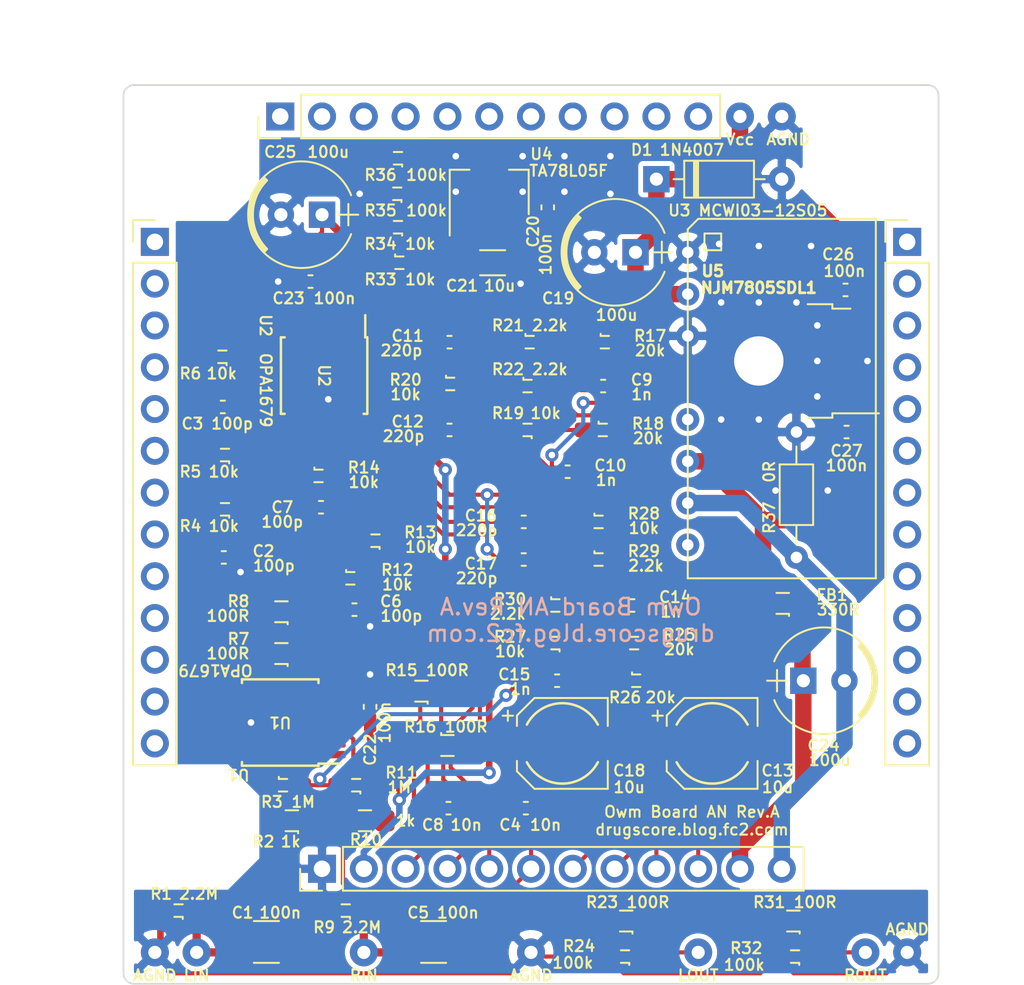
<source format=kicad_pcb>
(kicad_pcb (version 20171130) (host pcbnew "(5.1.2)-2")
  (layers (0 F.Cu signal) (31 B.Cu signal) (34 B.Paste user hide) (35 F.Paste user hide) (36 B.SilkS user) (37 F.SilkS user) (38 B.Mask user) (39 F.Mask user) (44 Edge.Cuts user))
  (net 0 "")
  (net 1 "Net-(C1-Pad2)")
  (net 2 "Net-(C1-Pad1)")
  (net 3 GNDA)
  (net 4 "Net-(C2-Pad1)")
  (net 5 "Net-(C3-Pad1)")
  (net 6 "Net-(C3-Pad2)")
  (net 7 /LADC+)
  (net 8 /LADC-)
  (net 9 "Net-(C5-Pad2)")
  (net 10 "Net-(C5-Pad1)")
  (net 11 "Net-(C6-Pad1)")
  (net 12 "Net-(C7-Pad1)")
  (net 13 "Net-(C7-Pad2)")
  (net 14 /RADC-)
  (net 15 /RADC+)
  (net 16 /BIAS)
  (net 17 "Net-(C9-Pad1)")
  (net 18 "Net-(C10-Pad1)")
  (net 19 "Net-(C11-Pad2)")
  (net 20 "Net-(C11-Pad1)")
  (net 21 "Net-(C12-Pad1)")
  (net 22 "Net-(C13-Pad2)")
  (net 23 "Net-(C14-Pad1)")
  (net 24 "Net-(C15-Pad1)")
  (net 25 "Net-(C16-Pad1)")
  (net 26 "Net-(C16-Pad2)")
  (net 27 "Net-(C17-Pad1)")
  (net 28 "Net-(C18-Pad2)")
  (net 29 +9V)
  (net 30 +5VA)
  (net 31 "Net-(J3-Pad1)")
  (net 32 "Net-(J4-Pad1)")
  (net 33 /RDAC-)
  (net 34 /RDAC+)
  (net 35 /LDAC+)
  (net 36 /LDAC-)
  (net 37 +5VD)
  (net 38 GNDD)
  (net 39 "Net-(R2-Pad1)")
  (net 40 "Net-(R4-Pad2)")
  (net 41 "Net-(R7-Pad2)")
  (net 42 "Net-(R10-Pad1)")
  (net 43 "Net-(R12-Pad2)")
  (net 44 "Net-(R15-Pad2)")
  (net 45 "Net-(U3-Pad8)")
  (net 46 "Net-(U3-Pad5)")
  (net 47 "Net-(C27-Pad1)")
  (module Connector_PinHeader_2.54mm:PinHeader_1x11_P2.54mm_Vertical (layer F.Cu) (at 124.46 88.9 90)
    (fp_text reference REF** hide)
    (fp_text value p hide)
    (pad 11 thru_hole oval (at 0 25.4 90) (size 1.7 1.7) (drill 1) (layers *.Cu *.Mask))
    (pad 10 thru_hole oval (at 0 22.86 90) (size 1.7 1.7) (drill 1) (layers *.Cu *.Mask))
    (pad 9 thru_hole oval (at 0 20.32 90) (size 1.7 1.7) (drill 1) (layers *.Cu *.Mask))
    (pad 8 thru_hole oval (at 0 17.78 90) (size 1.7 1.7) (drill 1) (layers *.Cu *.Mask))
    (pad 7 thru_hole oval (at 0 15.24 90) (size 1.7 1.7) (drill 1) (layers *.Cu *.Mask))
    (pad 6 thru_hole oval (at 0 12.7 90) (size 1.7 1.7) (drill 1) (layers *.Cu *.Mask))
    (pad 5 thru_hole oval (at 0 10.16 90) (size 1.7 1.7) (drill 1) (layers *.Cu *.Mask))
    (pad 4 thru_hole oval (at 0 7.62 90) (size 1.7 1.7) (drill 1) (layers *.Cu *.Mask))
    (pad 3 thru_hole oval (at 0 5.08 90) (size 1.7 1.7) (drill 1) (layers *.Cu *.Mask))
    (pad 2 thru_hole oval (at 0 2.54 90) (size 1.7 1.7) (drill 1) (layers *.Cu *.Mask))
    (pad 1 thru_hole rect (at 0 0 90) (size 1.7 1.7) (drill 1) (layers *.Cu *.Mask))
  )
  (module myFoot:my_TSSOP-14 (layer F.Cu) (at 127.127 104.648 270)
    (fp_text reference U2 (at -3.048 3.556 270 unlocked) (layer F.SilkS) (effects (font (size 0.67 0.67) (thickness 0.127))))
    (fp_text value OPA1679 (at 0.889 3.55 270 unlocked) (layer F.SilkS) (effects (font (size 0.67 0.67) (thickness 0.127))))
    (fp_text user %R (at 0 0 270 unlocked) (layer F.SilkS) (effects (font (size 0.67 0.67) (thickness 0.127))))
    (pad 1 smd roundrect (at -3.15 -1.95 270) (size 1.65 0.45) (layers F.Cu F.Paste F.Mask) (net 20 "Net-(C11-Pad1)"))
    (pad 2 smd roundrect (at -3.15 -1.3 270) (size 1.65 0.45) (layers F.Cu F.Paste F.Mask) (net 19 "Net-(C11-Pad2)"))
    (pad 3 smd roundrect (at -3.15 -0.65 270) (size 1.65 0.45) (layers F.Cu F.Paste F.Mask) (net 21 "Net-(C12-Pad1)"))
    (pad 4 smd roundrect (at -3.15 0 270) (size 1.65 0.45) (layers F.Cu F.Paste F.Mask) (net 30 +5VA))
    (pad 5 smd roundrect (at -3.15 0.65 270) (size 1.65 0.45) (layers F.Cu F.Paste F.Mask) (net 16 /BIAS))
    (pad 6 smd roundrect (at -3.15 1.3 270) (size 1.65 0.45) (layers F.Cu F.Paste F.Mask) (net 6 "Net-(C3-Pad2)"))
    (pad 7 smd roundrect (at -3.15 1.95 270) (size 1.65 0.45) (layers F.Cu F.Paste F.Mask) (net 5 "Net-(C3-Pad1)"))
    (pad 8 smd roundrect (at 3.15 1.95 270) (size 1.65 0.45) (layers F.Cu F.Paste F.Mask) (net 12 "Net-(C7-Pad1)"))
    (pad 9 smd roundrect (at 3.15 1.3 270) (size 1.65 0.45) (layers F.Cu F.Paste F.Mask) (net 13 "Net-(C7-Pad2)"))
    (pad 10 smd roundrect (at 3.15 0.65 270) (size 1.65 0.45) (layers F.Cu F.Paste F.Mask) (net 16 /BIAS))
    (pad 11 smd roundrect (at 3.15 0 270) (size 1.65 0.45) (layers F.Cu F.Paste F.Mask) (net 3 GNDA))
    (pad 12 smd roundrect (at 3.15 -0.65 270) (size 1.65 0.45) (layers F.Cu F.Paste F.Mask) (net 27 "Net-(C17-Pad1)"))
    (pad 13 smd roundrect (at 3.15 -1.3 270) (size 1.65 0.45) (layers F.Cu F.Paste F.Mask) (net 26 "Net-(C16-Pad2)"))
    (pad 14 smd roundrect (at 3.15 -1.95 270) (size 1.65 0.45) (layers F.Cu F.Paste F.Mask) (net 25 "Net-(C16-Pad1)"))
  )
  (module myFoot:my_C_D6.3mm_P2.50mm (layer F.Cu) (at 156.25 123.19)
    (fp_text reference C24 (at 1.23 3.937) (layer F.SilkS) (effects (font (size 0.67 0.67) (thickness 0.127))))
    (fp_text value 100u (at 1.611 4.826) (layer F.SilkS) (effects (font (size 0.67 0.67) (thickness 0.127))))
    (pad 1 thru_hole rect (at 0 0) (size 1.6 1.6) (drill 0.8) (layers *.Cu *.Mask) (net 37 +5VD))
    (pad 2 thru_hole circle (at 2.5 0) (size 1.6 1.6) (drill 0.8) (layers *.Cu *.Mask) (net 38 GNDD))
  )
  (module MountingHole:MountingHole_3.2mm_M3 (layer F.Cu) (at 119.38 132.08)
    (fp_text reference REF** hide)
    (fp_text value M hide)
    (pad 1 np_thru_hole circle (at 0 0) (size 3.2 3.2) (drill 3.2) (layers *.Cu *.Mask))
  )
  (module MountingHole:MountingHole_3.2mm_M3 (layer F.Cu) (at 160.02 91.44)
    (fp_text reference REF** hide)
    (fp_text value M hide)
    (pad 1 np_thru_hole circle (at 0 0) (size 3.2 3.2) (drill 3.2) (layers *.Cu *.Mask))
  )
  (module MountingHole:MountingHole_3.2mm_M3 (layer F.Cu) (at 119.38 91.44)
    (fp_text reference REF** hide)
    (fp_text value M hide)
    (pad 1 np_thru_hole circle (at 0 0) (size 3.2 3.2) (drill 3.2) (layers *.Cu *.Mask))
  )
  (module MountingHole:MountingHole_3.2mm_M3 (layer F.Cu) (at 160.02 132.08)
    (fp_text reference REF** hide)
    (fp_text value M hide)
    (pad 1 np_thru_hole circle (at 0 0) (size 3.2 3.2) (drill 3.2) (layers *.Cu *.Mask))
  )
  (module Connector_PinHeader_2.54mm:PinHeader_1x13_P2.54mm_Vertical (layer F.Cu) (at 162.56 96.52)
    (fp_text reference REF** hide)
    (fp_text value p hide)
    (pad 1 thru_hole rect (at 0 0) (size 1.7 1.7) (drill 1) (layers *.Cu *.Mask))
    (pad 2 thru_hole oval (at 0 2.54) (size 1.7 1.7) (drill 1) (layers *.Cu *.Mask))
    (pad 3 thru_hole oval (at 0 5.08) (size 1.7 1.7) (drill 1) (layers *.Cu *.Mask))
    (pad 4 thru_hole oval (at 0 7.62) (size 1.7 1.7) (drill 1) (layers *.Cu *.Mask))
    (pad 5 thru_hole oval (at 0 10.16) (size 1.7 1.7) (drill 1) (layers *.Cu *.Mask))
    (pad 6 thru_hole oval (at 0 12.7) (size 1.7 1.7) (drill 1) (layers *.Cu *.Mask))
    (pad 7 thru_hole oval (at 0 15.24) (size 1.7 1.7) (drill 1) (layers *.Cu *.Mask))
    (pad 8 thru_hole oval (at 0 17.78) (size 1.7 1.7) (drill 1) (layers *.Cu *.Mask))
    (pad 9 thru_hole oval (at 0 20.32) (size 1.7 1.7) (drill 1) (layers *.Cu *.Mask))
    (pad 10 thru_hole oval (at 0 22.86) (size 1.7 1.7) (drill 1) (layers *.Cu *.Mask))
    (pad 11 thru_hole oval (at 0 25.4) (size 1.7 1.7) (drill 1) (layers *.Cu *.Mask))
    (pad 12 thru_hole oval (at 0 27.94) (size 1.7 1.7) (drill 1) (layers *.Cu *.Mask))
    (pad 13 thru_hole oval (at 0 30.48) (size 1.7 1.7) (drill 1) (layers *.Cu *.Mask))
  )
  (module Connector_PinHeader_2.54mm:PinHeader_1x13_P2.54mm_Vertical (layer F.Cu) (at 116.84 96.52)
    (fp_text reference REF** hide)
    (fp_text value p hide)
    (pad 13 thru_hole oval (at 0 30.48) (size 1.7 1.7) (drill 1) (layers *.Cu *.Mask))
    (pad 12 thru_hole oval (at 0 27.94) (size 1.7 1.7) (drill 1) (layers *.Cu *.Mask))
    (pad 11 thru_hole oval (at 0 25.4) (size 1.7 1.7) (drill 1) (layers *.Cu *.Mask))
    (pad 10 thru_hole oval (at 0 22.86) (size 1.7 1.7) (drill 1) (layers *.Cu *.Mask))
    (pad 9 thru_hole oval (at 0 20.32) (size 1.7 1.7) (drill 1) (layers *.Cu *.Mask))
    (pad 8 thru_hole oval (at 0 17.78) (size 1.7 1.7) (drill 1) (layers *.Cu *.Mask))
    (pad 7 thru_hole oval (at 0 15.24) (size 1.7 1.7) (drill 1) (layers *.Cu *.Mask))
    (pad 6 thru_hole oval (at 0 12.7) (size 1.7 1.7) (drill 1) (layers *.Cu *.Mask))
    (pad 5 thru_hole oval (at 0 10.16) (size 1.7 1.7) (drill 1) (layers *.Cu *.Mask))
    (pad 4 thru_hole oval (at 0 7.62) (size 1.7 1.7) (drill 1) (layers *.Cu *.Mask))
    (pad 3 thru_hole oval (at 0 5.08) (size 1.7 1.7) (drill 1) (layers *.Cu *.Mask))
    (pad 2 thru_hole oval (at 0 2.54) (size 1.7 1.7) (drill 1) (layers *.Cu *.Mask))
    (pad 1 thru_hole rect (at 0 0) (size 1.7 1.7) (drill 1) (layers *.Cu *.Mask))
  )
  (module "myFoot:my_C_3216(1206)_HandSoldering" (layer F.Cu) (at 137.365 97.79)
    (fp_text reference C21 (at -1.856 1.397) (layer F.SilkS) (effects (font (size 0.67 0.67) (thickness 0.127))))
    (fp_text value 10u (at 0.43 1.397) (layer F.SilkS) (effects (font (size 0.67 0.67) (thickness 0.127))))
    (pad 2 smd roundrect (at 1.7 0) (size 1.4 1.6) (layers F.Cu F.Paste F.Mask) (net 3 GNDA))
    (pad 1 smd roundrect (at -1.7 0) (size 1.4 1.6) (layers F.Cu F.Paste F.Mask) (net 30 +5VA))
  )
  (module "myFoot:my_C_3225(1210)_HandSoldering" (layer F.Cu) (at 123.62 139.065 180)
    (fp_text reference C1 (at 1.446 1.778) (layer F.SilkS) (effects (font (size 0.67 0.67) (thickness 0.127))))
    (fp_text value 100n (at -0.84 1.778) (layer F.SilkS) (effects (font (size 0.67 0.67) (thickness 0.127))))
    (pad 2 smd roundrect (at 1.7 0 180) (size 1.4 2.5) (layers F.Cu F.Paste F.Mask) (net 1 "Net-(C1-Pad2)"))
    (pad 1 smd roundrect (at -1.7 0 180) (size 1.4 2.5) (layers F.Cu F.Paste F.Mask) (net 2 "Net-(C1-Pad1)"))
  )
  (module "myFoot:my_C_3225(1210)_HandSoldering" (layer F.Cu) (at 133.78 139.065 180)
    (fp_text reference C5 (at 0.938 1.778) (layer F.SilkS) (effects (font (size 0.67 0.67) (thickness 0.127))))
    (fp_text value 100n (at -1.475 1.778) (layer F.SilkS) (effects (font (size 0.67 0.67) (thickness 0.127))))
    (pad 2 smd roundrect (at 1.7 0 180) (size 1.4 2.5) (layers F.Cu F.Paste F.Mask) (net 9 "Net-(C5-Pad2)"))
    (pad 1 smd roundrect (at -1.7 0 180) (size 1.4 2.5) (layers F.Cu F.Paste F.Mask) (net 10 "Net-(C5-Pad1)"))
  )
  (module "myFoot:my_C_1608(0603)_HandSoldering" (layer F.Cu) (at 121.031 115.697)
    (fp_text reference C2 (at 2.413 -0.381) (layer F.SilkS) (effects (font (size 0.67 0.67) (thickness 0.127))))
    (fp_text value 100p (at 3.048 0.508) (layer F.SilkS) (effects (font (size 0.67 0.67) (thickness 0.127))))
    (pad 2 smd roundrect (at 0.95 0) (size 1.2 0.75) (layers F.Cu F.Paste F.Mask) (net 3 GNDA))
    (pad 1 smd roundrect (at -0.95 0) (size 1.2 0.75) (layers F.Cu F.Paste F.Mask) (net 4 "Net-(C2-Pad1)"))
  )
  (module "myFoot:my_C_1608(0603)_HandSoldering" (layer F.Cu) (at 139.385 130.937 180)
    (fp_text reference C4 (at 0.955 -1.016) (layer F.SilkS) (effects (font (size 0.67 0.67) (thickness 0.127))))
    (fp_text value 10n (at -1.204 -1.016) (layer F.SilkS) (effects (font (size 0.67 0.67) (thickness 0.127))))
    (pad 2 smd roundrect (at 0.95 0 180) (size 1.2 0.75) (layers F.Cu F.Paste F.Mask) (net 8 /LADC-))
    (pad 1 smd roundrect (at -0.95 0 180) (size 1.2 0.75) (layers F.Cu F.Paste F.Mask) (net 7 /LADC+))
  )
  (module "myFoot:my_C_1608(0603)_HandSoldering" (layer F.Cu) (at 128.971 118.872)
    (fp_text reference C6 (at 2.22 -0.508) (layer F.SilkS) (effects (font (size 0.67 0.67) (thickness 0.127))))
    (fp_text value 100p (at 2.855 0.381) (layer F.SilkS) (effects (font (size 0.67 0.67) (thickness 0.127))))
    (pad 2 smd roundrect (at 0.95 0) (size 1.2 0.75) (layers F.Cu F.Paste F.Mask) (net 3 GNDA))
    (pad 1 smd roundrect (at -0.95 0) (size 1.2 0.75) (layers F.Cu F.Paste F.Mask) (net 11 "Net-(C6-Pad1)"))
  )
  (module "myFoot:my_C_1608(0603)_HandSoldering" (layer F.Cu) (at 134.686 130.937 180)
    (fp_text reference C8 (at 0.955 -1.016) (layer F.SilkS) (effects (font (size 0.67 0.67) (thickness 0.127))))
    (fp_text value 10n (at -1.077 -1.016) (layer F.SilkS) (effects (font (size 0.67 0.67) (thickness 0.127))))
    (pad 2 smd roundrect (at 0.95 0 180) (size 1.2 0.75) (layers F.Cu F.Paste F.Mask) (net 14 /RADC-))
    (pad 1 smd roundrect (at -0.95 0 180) (size 1.2 0.75) (layers F.Cu F.Paste F.Mask) (net 15 /RADC+))
  )
  (module "myFoot:my_C_1608(0603)_HandSoldering" (layer F.Cu) (at 144.084 105.283)
    (fp_text reference C9 (at 2.347 -0.381) (layer F.SilkS) (effects (font (size 0.67 0.67) (thickness 0.127))))
    (fp_text value 1n (at 2.347 0.508) (layer F.SilkS) (effects (font (size 0.67 0.67) (thickness 0.127))))
    (pad 2 smd roundrect (at 0.95 0) (size 1.2 0.75) (layers F.Cu F.Paste F.Mask) (net 16 /BIAS))
    (pad 1 smd roundrect (at -0.95 0) (size 1.2 0.75) (layers F.Cu F.Paste F.Mask) (net 17 "Net-(C9-Pad1)"))
  )
  (module "myFoot:my_C_1608(0603)_HandSoldering" (layer F.Cu) (at 141.925 110.49 180)
    (fp_text reference C10 (at -2.601 0.381) (layer F.SilkS) (effects (font (size 0.67 0.67) (thickness 0.127))))
    (fp_text value 1n (at -2.347 -0.508) (layer F.SilkS) (effects (font (size 0.67 0.67) (thickness 0.127))))
    (pad 2 smd roundrect (at 0.95 0 180) (size 1.2 0.75) (layers F.Cu F.Paste F.Mask) (net 16 /BIAS))
    (pad 1 smd roundrect (at -0.95 0 180) (size 1.2 0.75) (layers F.Cu F.Paste F.Mask) (net 18 "Net-(C10-Pad1)"))
  )
  (module "myFoot:my_C_1608(0603)_HandSoldering" (layer F.Cu) (at 134.747 102.616)
    (fp_text reference C11 (at -2.54 -0.381) (layer F.SilkS) (effects (font (size 0.67 0.67) (thickness 0.127))))
    (fp_text value 220p (at -2.921 0.508) (layer F.SilkS) (effects (font (size 0.67 0.67) (thickness 0.127))))
    (pad 2 smd roundrect (at 0.95 0) (size 1.2 0.75) (layers F.Cu F.Paste F.Mask) (net 19 "Net-(C11-Pad2)"))
    (pad 1 smd roundrect (at -0.95 0) (size 1.2 0.75) (layers F.Cu F.Paste F.Mask) (net 20 "Net-(C11-Pad1)"))
  )
  (module "myFoot:my_C_1608(0603)_HandSoldering" (layer F.Cu) (at 134.747 107.95)
    (fp_text reference C12 (at -2.54 -0.508) (layer F.SilkS) (effects (font (size 0.67 0.67) (thickness 0.127))))
    (fp_text value 220p (at -2.794 0.381) (layer F.SilkS) (effects (font (size 0.67 0.67) (thickness 0.127))))
    (pad 2 smd roundrect (at 0.95 0) (size 1.2 0.75) (layers F.Cu F.Paste F.Mask) (net 16 /BIAS))
    (pad 1 smd roundrect (at -0.95 0) (size 1.2 0.75) (layers F.Cu F.Paste F.Mask) (net 21 "Net-(C12-Pad1)"))
  )
  (module "myFoot:my_C_1608(0603)_HandSoldering" (layer F.Cu) (at 145.857 118.618)
    (fp_text reference C14 (at 2.606 -0.508) (layer F.SilkS) (effects (font (size 0.67 0.67) (thickness 0.127))))
    (fp_text value 1n (at 2.352 0.381) (layer F.SilkS) (effects (font (size 0.67 0.67) (thickness 0.127))))
    (pad 2 smd roundrect (at 0.95 0) (size 1.2 0.75) (layers F.Cu F.Paste F.Mask) (net 16 /BIAS))
    (pad 1 smd roundrect (at -0.95 0) (size 1.2 0.75) (layers F.Cu F.Paste F.Mask) (net 23 "Net-(C14-Pad1)"))
  )
  (module "myFoot:my_C_1608(0603)_HandSoldering" (layer F.Cu) (at 141.285 123.19 180)
    (fp_text reference C15 (at 2.601 0.381) (layer F.SilkS) (effects (font (size 0.67 0.67) (thickness 0.127))))
    (fp_text value 1n (at 2.22 -0.508) (layer F.SilkS) (effects (font (size 0.67 0.67) (thickness 0.127))))
    (pad 2 smd roundrect (at 0.95 0 180) (size 1.2 0.75) (layers F.Cu F.Paste F.Mask) (net 16 /BIAS))
    (pad 1 smd roundrect (at -0.95 0 180) (size 1.2 0.75) (layers F.Cu F.Paste F.Mask) (net 24 "Net-(C15-Pad1)"))
  )
  (module "myFoot:my_C_1608(0603)_HandSoldering" (layer F.Cu) (at 139.258 113.538 180)
    (fp_text reference C16 (at 2.606 0.381) (layer F.SilkS) (effects (font (size 0.67 0.67) (thickness 0.127))))
    (fp_text value 220p (at 2.86 -0.508) (layer F.SilkS) (effects (font (size 0.67 0.67) (thickness 0.127))))
    (pad 2 smd roundrect (at 0.95 0 180) (size 1.2 0.75) (layers F.Cu F.Paste F.Mask) (net 26 "Net-(C16-Pad2)"))
    (pad 1 smd roundrect (at -0.95 0 180) (size 1.2 0.75) (layers F.Cu F.Paste F.Mask) (net 25 "Net-(C16-Pad1)"))
  )
  (module "myFoot:my_C_1608(0603)_HandSoldering" (layer F.Cu) (at 139.258 115.824 180)
    (fp_text reference C17 (at 2.606 -0.254) (layer F.SilkS) (effects (font (size 0.67 0.67) (thickness 0.127))))
    (fp_text value 220p (at 2.86 -1.143) (layer F.SilkS) (effects (font (size 0.67 0.67) (thickness 0.127))))
    (pad 2 smd roundrect (at 0.95 0 180) (size 1.2 0.75) (layers F.Cu F.Paste F.Mask) (net 16 /BIAS))
    (pad 1 smd roundrect (at -0.95 0 180) (size 1.2 0.75) (layers F.Cu F.Paste F.Mask) (net 27 "Net-(C17-Pad1)"))
  )
  (module "myFoot:my_C_1608(0603)_HandSoldering" (layer F.Cu) (at 140.716 94.422 90)
    (fp_text reference C20 (at -1.463 -0.889 90) (layer F.SilkS) (effects (font (size 0.67 0.67) (thickness 0.127))))
    (fp_text value 100n (at -2.86 -0.127 90) (layer F.SilkS) (effects (font (size 0.67 0.67) (thickness 0.127))))
    (pad 2 smd roundrect (at 0.95 0 90) (size 1.2 0.75) (layers F.Cu F.Paste F.Mask) (net 3 GNDA))
    (pad 1 smd roundrect (at -0.95 0 90) (size 1.2 0.75) (layers F.Cu F.Paste F.Mask) (net 29 +9V))
  )
  (module "myFoot:my_C_1608(0603)_HandSoldering" (layer F.Cu) (at 129.921 124.78 90)
    (fp_text reference C22 (at -2.601 0 90) (layer F.SilkS) (effects (font (size 0.67 0.67) (thickness 0.127))))
    (fp_text value 100n (at -0.95 0.889 90) (layer F.SilkS) (effects (font (size 0.67 0.67) (thickness 0.127))))
    (pad 2 smd roundrect (at 0.95 0 90) (size 1.2 0.75) (layers F.Cu F.Paste F.Mask) (net 3 GNDA))
    (pad 1 smd roundrect (at -0.95 0 90) (size 1.2 0.75) (layers F.Cu F.Paste F.Mask) (net 30 +5VA))
  )
  (module "myFoot:my_C_1608(0603)_HandSoldering" (layer F.Cu) (at 126.299 98.933 180)
    (fp_text reference C23 (at 1.331 -1.016) (layer F.SilkS) (effects (font (size 0.67 0.67) (thickness 0.127))))
    (fp_text value 100n (at -1.463 -1.016) (layer F.SilkS) (effects (font (size 0.67 0.67) (thickness 0.127))))
    (pad 2 smd roundrect (at 0.95 0 180) (size 1.2 0.75) (layers F.Cu F.Paste F.Mask) (net 3 GNDA))
    (pad 1 smd roundrect (at -0.95 0 180) (size 1.2 0.75) (layers F.Cu F.Paste F.Mask) (net 30 +5VA))
  )
  (module "myFoot:my_C_1608(0603)_HandSoldering" (layer F.Cu) (at 120.97 106.553 180)
    (fp_text reference C3 (at 1.844 -1.016) (layer F.SilkS) (effects (font (size 0.67 0.67) (thickness 0.127))))
    (fp_text value 100p (at -0.569 -1.016) (layer F.SilkS) (effects (font (size 0.67 0.67) (thickness 0.127))))
    (pad 2 smd roundrect (at 0.95 0 180) (size 1.2 0.75) (layers F.Cu F.Paste F.Mask) (net 6 "Net-(C3-Pad2)"))
    (pad 1 smd roundrect (at -0.95 0 180) (size 1.2 0.75) (layers F.Cu F.Paste F.Mask) (net 5 "Net-(C3-Pad1)"))
  )
  (module "myFoot:my_C_1608(0603)_HandSoldering" (layer F.Cu) (at 126.939 112.649)
    (fp_text reference C7 (at -2.352 0) (layer F.SilkS) (effects (font (size 0.67 0.67) (thickness 0.127))))
    (fp_text value 100p (at -2.352 0.889) (layer F.SilkS) (effects (font (size 0.67 0.67) (thickness 0.127))))
    (pad 2 smd roundrect (at 0.95 0) (size 1.2 0.75) (layers F.Cu F.Paste F.Mask) (net 13 "Net-(C7-Pad2)"))
    (pad 1 smd roundrect (at -0.95 0) (size 1.2 0.75) (layers F.Cu F.Paste F.Mask) (net 12 "Net-(C7-Pad1)"))
  )
  (module "myFoot:my_R_2012(0805)_HandSoldering" (layer F.Cu) (at 125.165 131.699 180)
    (fp_text reference R2 (at 1.721 -1.27) (layer F.SilkS) (effects (font (size 0.67 0.67) (thickness 0.127))))
    (fp_text value 1k (at 0.07 -1.27) (layer F.SilkS) (effects (font (size 0.67 0.67) (thickness 0.127))))
    (pad 2 smd roundrect (at 1.2 0 180) (size 1.2 1.3) (layers F.Cu F.Paste F.Mask) (net 2 "Net-(C1-Pad1)"))
    (pad 1 smd roundrect (at -1.2 0 180) (size 1.2 1.3) (layers F.Cu F.Paste F.Mask) (net 39 "Net-(R2-Pad1)"))
  )
  (module "myFoot:my_R_2012(0805)_HandSoldering" (layer F.Cu) (at 124.53 121.539 180)
    (fp_text reference R7 (at 2.61 0.889) (layer F.SilkS) (effects (font (size 0.67 0.67) (thickness 0.127))))
    (fp_text value 100R (at 3.245 0) (layer F.SilkS) (effects (font (size 0.67 0.67) (thickness 0.127))))
    (pad 2 smd roundrect (at 1.2 0 180) (size 1.2 1.3) (layers F.Cu F.Paste F.Mask) (net 41 "Net-(R7-Pad2)"))
    (pad 1 smd roundrect (at -1.2 0 180) (size 1.2 1.3) (layers F.Cu F.Paste F.Mask) (net 7 /LADC+))
  )
  (module "myFoot:my_R_2012(0805)_HandSoldering" (layer F.Cu) (at 124.53 118.999 180)
    (fp_text reference R8 (at 2.61 0.635) (layer F.SilkS) (effects (font (size 0.67 0.67) (thickness 0.127))))
    (fp_text value 100R (at 3.245 -0.254) (layer F.SilkS) (effects (font (size 0.67 0.67) (thickness 0.127))))
    (pad 2 smd roundrect (at 1.2 0 180) (size 1.2 1.3) (layers F.Cu F.Paste F.Mask) (net 5 "Net-(C3-Pad1)"))
    (pad 1 smd roundrect (at -1.2 0 180) (size 1.2 1.3) (layers F.Cu F.Paste F.Mask) (net 8 /LADC-))
  )
  (module "myFoot:my_R_2012(0805)_HandSoldering" (layer F.Cu) (at 129.61 131.699 180)
    (fp_text reference R10 (at -0.057 -1.143) (layer F.SilkS) (effects (font (size 0.67 0.67) (thickness 0.127))))
    (fp_text value 1k (at -2.47 0) (layer F.SilkS) (effects (font (size 0.67 0.67) (thickness 0.127))))
    (pad 2 smd roundrect (at 1.2 0 180) (size 1.2 1.3) (layers F.Cu F.Paste F.Mask) (net 10 "Net-(C5-Pad1)"))
    (pad 1 smd roundrect (at -1.2 0 180) (size 1.2 1.3) (layers F.Cu F.Paste F.Mask) (net 42 "Net-(R10-Pad1)"))
  )
  (module "myFoot:my_R_2012(0805)_HandSoldering" (layer F.Cu) (at 133.039 123.825 180)
    (fp_text reference R15 (at 1.213 1.27) (layer F.SilkS) (effects (font (size 0.67 0.67) (thickness 0.127))))
    (fp_text value 100R (at -1.581 1.27) (layer F.SilkS) (effects (font (size 0.67 0.67) (thickness 0.127))))
    (pad 2 smd roundrect (at 1.2 0 180) (size 1.2 1.3) (layers F.Cu F.Paste F.Mask) (net 44 "Net-(R15-Pad2)"))
    (pad 1 smd roundrect (at -1.2 0 180) (size 1.2 1.3) (layers F.Cu F.Paste F.Mask) (net 15 /RADC+))
  )
  (module "myFoot:my_R_2012(0805)_HandSoldering" (layer F.Cu) (at 134.62 127.127)
    (fp_text reference R16 (at -1.651 -1.143) (layer F.SilkS) (effects (font (size 0.67 0.67) (thickness 0.127))))
    (fp_text value 100R (at 1.143 -1.143) (layer F.SilkS) (effects (font (size 0.67 0.67) (thickness 0.127))))
    (pad 2 smd roundrect (at 1.2 0) (size 1.2 1.3) (layers F.Cu F.Paste F.Mask) (net 12 "Net-(C7-Pad1)"))
    (pad 1 smd roundrect (at -1.2 0) (size 1.2 1.3) (layers F.Cu F.Paste F.Mask) (net 14 /RADC-))
  )
  (module "myFoot:my_R_2012(0805)_HandSoldering" (layer F.Cu) (at 145.485 137.795 180)
    (fp_text reference R23 (at 1.467 1.143) (layer F.SilkS) (effects (font (size 0.67 0.67) (thickness 0.127))))
    (fp_text value 100R (at -1.327 1.143) (layer F.SilkS) (effects (font (size 0.67 0.67) (thickness 0.127))))
    (pad 2 smd roundrect (at 1.2 0 180) (size 1.2 1.3) (layers F.Cu F.Paste F.Mask) (net 22 "Net-(C13-Pad2)"))
    (pad 1 smd roundrect (at -1.2 0 180) (size 1.2 1.3) (layers F.Cu F.Paste F.Mask) (net 31 "Net-(J3-Pad1)"))
  )
  (module "myFoot:my_R_2012(0805)_HandSoldering" (layer F.Cu) (at 155.645 137.795 180)
    (fp_text reference R31 (at 1.467 1.143) (layer F.SilkS) (effects (font (size 0.67 0.67) (thickness 0.127))))
    (fp_text value 100R (at -1.327 1.143) (layer F.SilkS) (effects (font (size 0.67 0.67) (thickness 0.127))))
    (pad 2 smd roundrect (at 1.2 0 180) (size 1.2 1.3) (layers F.Cu F.Paste F.Mask) (net 28 "Net-(C18-Pad2)"))
    (pad 1 smd roundrect (at -1.2 0 180) (size 1.2 1.3) (layers F.Cu F.Paste F.Mask) (net 32 "Net-(J4-Pad1)"))
  )
  (module "myFoot:my_R_1608(0603)_HandSoldering" (layer F.Cu) (at 118.28 137.16 180)
    (fp_text reference R1 (at 1.059 1.016) (layer F.SilkS) (effects (font (size 0.67 0.67) (thickness 0.127))))
    (fp_text value 2.2M (at -1.227 1.016) (layer F.SilkS) (effects (font (size 0.67 0.67) (thickness 0.127))))
    (pad 2 smd roundrect (at 1.1 0 180) (size 1.2 0.9) (layers F.Cu F.Paste F.Mask) (net 3 GNDA))
    (pad 1 smd roundrect (at -1.1 0 180) (size 1.2 0.9) (layers F.Cu F.Paste F.Mask) (net 1 "Net-(C1-Pad2)"))
  )
  (module "myFoot:my_R_1608(0603)_HandSoldering" (layer F.Cu) (at 124.63 129.54)
    (fp_text reference R3 (at -0.678 1.016) (layer F.SilkS) (effects (font (size 0.67 0.67) (thickness 0.127))))
    (fp_text value 1M (at 1.227 1.016) (layer F.SilkS) (effects (font (size 0.67 0.67) (thickness 0.127))))
    (pad 2 smd roundrect (at 1.1 0) (size 1.2 0.9) (layers F.Cu F.Paste F.Mask) (net 16 /BIAS))
    (pad 1 smd roundrect (at -1.1 0) (size 1.2 0.9) (layers F.Cu F.Paste F.Mask) (net 39 "Net-(R2-Pad1)"))
  )
  (module "myFoot:my_R_1608(0603)_HandSoldering" (layer F.Cu) (at 120.947 103.505 180)
    (fp_text reference R6 (at 1.948 -1.016) (layer F.SilkS) (effects (font (size 0.67 0.67) (thickness 0.127))))
    (fp_text value 10k (at 0.043 -1.016) (layer F.SilkS) (effects (font (size 0.67 0.67) (thickness 0.127))))
    (pad 2 smd roundrect (at 1.1 0 180) (size 1.2 0.9) (layers F.Cu F.Paste F.Mask) (net 6 "Net-(C3-Pad2)"))
    (pad 1 smd roundrect (at -1.1 0 180) (size 1.2 0.9) (layers F.Cu F.Paste F.Mask) (net 5 "Net-(C3-Pad1)"))
  )
  (module "myFoot:my_R_1608(0603)_HandSoldering" (layer F.Cu) (at 128.44 137.16 180)
    (fp_text reference R9 (at 1.313 -1.016) (layer F.SilkS) (effects (font (size 0.67 0.67) (thickness 0.127))))
    (fp_text value 2.2M (at -0.973 -1.016) (layer F.SilkS) (effects (font (size 0.67 0.67) (thickness 0.127))))
    (pad 2 smd roundrect (at 1.1 0 180) (size 1.2 0.9) (layers F.Cu F.Paste F.Mask) (net 3 GNDA))
    (pad 1 smd roundrect (at -1.1 0 180) (size 1.2 0.9) (layers F.Cu F.Paste F.Mask) (net 9 "Net-(C5-Pad2)"))
  )
  (module "myFoot:my_R_1608(0603)_HandSoldering" (layer F.Cu) (at 129.075 129.54 180)
    (fp_text reference R11 (at -2.751 0.762) (layer F.SilkS) (effects (font (size 0.67 0.67) (thickness 0.127))))
    (fp_text value 1M (at -2.624 -0.127) (layer F.SilkS) (effects (font (size 0.67 0.67) (thickness 0.127))))
    (pad 2 smd roundrect (at 1.1 0 180) (size 1.2 0.9) (layers F.Cu F.Paste F.Mask) (net 16 /BIAS))
    (pad 1 smd roundrect (at -1.1 0 180) (size 1.2 0.9) (layers F.Cu F.Paste F.Mask) (net 42 "Net-(R10-Pad1)"))
  )
  (module "myFoot:my_R_1608(0603)_HandSoldering" (layer F.Cu) (at 126.789 110.744)
    (fp_text reference R14 (at 2.751 -0.508) (layer F.SilkS) (effects (font (size 0.67 0.67) (thickness 0.127))))
    (fp_text value 10k (at 2.751 0.381) (layer F.SilkS) (effects (font (size 0.67 0.67) (thickness 0.127))))
    (pad 2 smd roundrect (at 1.1 0) (size 1.2 0.9) (layers F.Cu F.Paste F.Mask) (net 13 "Net-(C7-Pad2)"))
    (pad 1 smd roundrect (at -1.1 0) (size 1.2 0.9) (layers F.Cu F.Paste F.Mask) (net 12 "Net-(C7-Pad1)"))
  )
  (module "myFoot:my_R_1608(0603)_HandSoldering" (layer F.Cu) (at 144.188 102.616)
    (fp_text reference R17 (at 2.751 -0.381) (layer F.SilkS) (effects (font (size 0.67 0.67) (thickness 0.127))))
    (fp_text value 20k (at 2.751 0.508) (layer F.SilkS) (effects (font (size 0.67 0.67) (thickness 0.127))))
    (pad 2 smd roundrect (at 1.1 0) (size 1.2 0.9) (layers F.Cu F.Paste F.Mask) (net 36 /LDAC-))
    (pad 1 smd roundrect (at -1.1 0) (size 1.2 0.9) (layers F.Cu F.Paste F.Mask) (net 17 "Net-(C9-Pad1)"))
  )
  (module "myFoot:my_R_1608(0603)_HandSoldering" (layer F.Cu) (at 144.061 107.95)
    (fp_text reference R18 (at 2.751 -0.381) (layer F.SilkS) (effects (font (size 0.67 0.67) (thickness 0.127))))
    (fp_text value 20k (at 2.751 0.508) (layer F.SilkS) (effects (font (size 0.67 0.67) (thickness 0.127))))
    (pad 2 smd roundrect (at 1.1 0) (size 1.2 0.9) (layers F.Cu F.Paste F.Mask) (net 35 /LDAC+))
    (pad 1 smd roundrect (at -1.1 0) (size 1.2 0.9) (layers F.Cu F.Paste F.Mask) (net 18 "Net-(C10-Pad1)"))
  )
  (module "myFoot:my_R_1608(0603)_HandSoldering" (layer F.Cu) (at 139.489 107.95 180)
    (fp_text reference R19 (at 1.186 1.016) (layer F.SilkS) (effects (font (size 0.67 0.67) (thickness 0.127))))
    (fp_text value 10k (at -1.1 1.016) (layer F.SilkS) (effects (font (size 0.67 0.67) (thickness 0.127))))
    (pad 1 smd roundrect (at -1.1 0 180) (size 1.2 0.9) (layers F.Cu F.Paste F.Mask) (net 18 "Net-(C10-Pad1)"))
    (pad 2 smd roundrect (at 1.1 0 180) (size 1.2 0.9) (layers F.Cu F.Paste F.Mask) (net 16 /BIAS))
  )
  (module "myFoot:my_R_1608(0603)_HandSoldering" (layer F.Cu) (at 134.79 105.156)
    (fp_text reference R20 (at -2.71 -0.254) (layer F.SilkS) (effects (font (size 0.67 0.67) (thickness 0.127))))
    (fp_text value 10k (at -2.71 0.635) (layer F.SilkS) (effects (font (size 0.67 0.67) (thickness 0.127))))
    (pad 2 smd roundrect (at 1.1 0) (size 1.2 0.9) (layers F.Cu F.Paste F.Mask) (net 17 "Net-(C9-Pad1)"))
    (pad 1 smd roundrect (at -1.1 0) (size 1.2 0.9) (layers F.Cu F.Paste F.Mask) (net 20 "Net-(C11-Pad1)"))
  )
  (module "myFoot:my_R_1608(0603)_HandSoldering" (layer F.Cu) (at 139.616 102.616)
    (fp_text reference R21 (at -1.313 -1.016) (layer F.SilkS) (effects (font (size 0.67 0.67) (thickness 0.127))))
    (fp_text value 2.2k (at 1.227 -1.016) (layer F.SilkS) (effects (font (size 0.67 0.67) (thickness 0.127))))
    (pad 2 smd roundrect (at 1.1 0) (size 1.2 0.9) (layers F.Cu F.Paste F.Mask) (net 17 "Net-(C9-Pad1)"))
    (pad 1 smd roundrect (at -1.1 0) (size 1.2 0.9) (layers F.Cu F.Paste F.Mask) (net 19 "Net-(C11-Pad2)"))
  )
  (module "myFoot:my_R_1608(0603)_HandSoldering" (layer F.Cu) (at 139.489 105.283)
    (fp_text reference R22 (at -1.186 -1.016) (layer F.SilkS) (effects (font (size 0.67 0.67) (thickness 0.127))))
    (fp_text value 2.2k (at 1.354 -1.016) (layer F.SilkS) (effects (font (size 0.67 0.67) (thickness 0.127))))
    (pad 2 smd roundrect (at 1.1 0) (size 1.2 0.9) (layers F.Cu F.Paste F.Mask) (net 18 "Net-(C10-Pad1)"))
    (pad 1 smd roundrect (at -1.1 0) (size 1.2 0.9) (layers F.Cu F.Paste F.Mask) (net 21 "Net-(C12-Pad1)"))
  )
  (module "myFoot:my_R_1608(0603)_HandSoldering" (layer F.Cu) (at 145.415 139.954 180)
    (fp_text reference R24 (at 2.794 0.635) (layer F.SilkS) (effects (font (size 0.67 0.67) (thickness 0.127))))
    (fp_text value 100k (at 3.175 -0.381) (layer F.SilkS) (effects (font (size 0.67 0.67) (thickness 0.127))))
    (pad 2 smd roundrect (at 1.1 0 180) (size 1.2 0.9) (layers F.Cu F.Paste F.Mask) (net 3 GNDA))
    (pad 1 smd roundrect (at -1.1 0 180) (size 1.2 0.9) (layers F.Cu F.Paste F.Mask) (net 31 "Net-(J3-Pad1)"))
  )
  (module "myFoot:my_R_1608(0603)_HandSoldering" (layer F.Cu) (at 145.966 120.904)
    (fp_text reference R25 (at 2.751 -0.508) (layer F.SilkS) (effects (font (size 0.67 0.67) (thickness 0.127))))
    (fp_text value 20k (at 2.751 0.381) (layer F.SilkS) (effects (font (size 0.67 0.67) (thickness 0.127))))
    (pad 2 smd roundrect (at 1.1 0) (size 1.2 0.9) (layers F.Cu F.Paste F.Mask) (net 33 /RDAC-))
    (pad 1 smd roundrect (at -1.1 0) (size 1.2 0.9) (layers F.Cu F.Paste F.Mask) (net 23 "Net-(C14-Pad1)"))
  )
  (module "myFoot:my_R_1608(0603)_HandSoldering" (layer F.Cu) (at 146.093 123.19)
    (fp_text reference R26 (at -0.678 1.016) (layer F.SilkS) (effects (font (size 0.67 0.67) (thickness 0.127))))
    (fp_text value 20k (at 1.481 1.016) (layer F.SilkS) (effects (font (size 0.67 0.67) (thickness 0.127))))
    (pad 2 smd roundrect (at 1.1 0) (size 1.2 0.9) (layers F.Cu F.Paste F.Mask) (net 34 /RDAC+))
    (pad 1 smd roundrect (at -1.1 0) (size 1.2 0.9) (layers F.Cu F.Paste F.Mask) (net 24 "Net-(C15-Pad1)"))
  )
  (module "myFoot:my_R_1608(0603)_HandSoldering" (layer F.Cu) (at 141.181 120.904 180)
    (fp_text reference R27 (at 2.751 0.381) (layer F.SilkS) (effects (font (size 0.67 0.67) (thickness 0.127))))
    (fp_text value 10k (at 2.751 -0.508) (layer F.SilkS) (effects (font (size 0.67 0.67) (thickness 0.127))))
    (pad 2 smd roundrect (at 1.1 0 180) (size 1.2 0.9) (layers F.Cu F.Paste F.Mask) (net 16 /BIAS))
    (pad 1 smd roundrect (at -1.1 0 180) (size 1.2 0.9) (layers F.Cu F.Paste F.Mask) (net 24 "Net-(C15-Pad1)"))
  )
  (module "myFoot:my_R_1608(0603)_HandSoldering" (layer F.Cu) (at 143.807 113.538)
    (fp_text reference R28 (at 2.751 -0.508) (layer F.SilkS) (effects (font (size 0.67 0.67) (thickness 0.127))))
    (fp_text value 10k (at 2.751 0.381) (layer F.SilkS) (effects (font (size 0.67 0.67) (thickness 0.127))))
    (pad 2 smd roundrect (at 1.1 0) (size 1.2 0.9) (layers F.Cu F.Paste F.Mask) (net 23 "Net-(C14-Pad1)"))
    (pad 1 smd roundrect (at -1.1 0) (size 1.2 0.9) (layers F.Cu F.Paste F.Mask) (net 25 "Net-(C16-Pad1)"))
  )
  (module "myFoot:my_R_1608(0603)_HandSoldering" (layer F.Cu) (at 143.807 115.824)
    (fp_text reference R29 (at 2.751 -0.508) (layer F.SilkS) (effects (font (size 0.67 0.67) (thickness 0.127))))
    (fp_text value 2.2k (at 2.878 0.381) (layer F.SilkS) (effects (font (size 0.67 0.67) (thickness 0.127))))
    (pad 2 smd roundrect (at 1.1 0) (size 1.2 0.9) (layers F.Cu F.Paste F.Mask) (net 23 "Net-(C14-Pad1)"))
    (pad 1 smd roundrect (at -1.1 0) (size 1.2 0.9) (layers F.Cu F.Paste F.Mask) (net 26 "Net-(C16-Pad2)"))
  )
  (module "myFoot:my_R_1608(0603)_HandSoldering" (layer F.Cu) (at 141.181 118.618)
    (fp_text reference R30 (at -2.751 -0.381) (layer F.SilkS) (effects (font (size 0.67 0.67) (thickness 0.127))))
    (fp_text value 2.2k (at -2.878 0.508) (layer F.SilkS) (effects (font (size 0.67 0.67) (thickness 0.127))))
    (pad 2 smd roundrect (at 1.1 0) (size 1.2 0.9) (layers F.Cu F.Paste F.Mask) (net 24 "Net-(C15-Pad1)"))
    (pad 1 smd roundrect (at -1.1 0) (size 1.2 0.9) (layers F.Cu F.Paste F.Mask) (net 27 "Net-(C17-Pad1)"))
  )
  (module "myFoot:my_R_1608(0603)_HandSoldering" (layer F.Cu) (at 155.745 139.954 180)
    (fp_text reference R32 (at 2.964 0.508) (layer F.SilkS) (effects (font (size 0.67 0.67) (thickness 0.127))))
    (fp_text value 100k (at 3.091 -0.508) (layer F.SilkS) (effects (font (size 0.67 0.67) (thickness 0.127))))
    (pad 2 smd roundrect (at 1.1 0 180) (size 1.2 0.9) (layers F.Cu F.Paste F.Mask) (net 3 GNDA))
    (pad 1 smd roundrect (at -1.1 0 180) (size 1.2 0.9) (layers F.Cu F.Paste F.Mask) (net 32 "Net-(J4-Pad1)"))
  )
  (module "myFoot:my_R_1608(0603)_HandSoldering" (layer F.Cu) (at 131.699 97.79)
    (fp_text reference R33 (at -1.143 1.016) (layer F.SilkS) (effects (font (size 0.67 0.67) (thickness 0.127))))
    (fp_text value 10k (at 1.27 1.016) (layer F.SilkS) (effects (font (size 0.67 0.67) (thickness 0.127))))
    (pad 2 smd roundrect (at 1.1 0) (size 1.2 0.9) (layers F.Cu F.Paste F.Mask) (net 30 +5VA))
    (pad 1 smd roundrect (at -1.1 0) (size 1.2 0.9) (layers F.Cu F.Paste F.Mask) (net 16 /BIAS))
  )
  (module "myFoot:my_R_1608(0603)_HandSoldering" (layer F.Cu) (at 131.615 95.631 180)
    (fp_text reference R34 (at 1.059 -1.016) (layer F.SilkS) (effects (font (size 0.67 0.67) (thickness 0.127))))
    (fp_text value 10k (at -1.354 -1.016) (layer F.SilkS) (effects (font (size 0.67 0.67) (thickness 0.127))))
    (pad 2 smd roundrect (at 1.1 0 180) (size 1.2 0.9) (layers F.Cu F.Paste F.Mask) (net 3 GNDA))
    (pad 1 smd roundrect (at -1.1 0 180) (size 1.2 0.9) (layers F.Cu F.Paste F.Mask) (net 16 /BIAS))
  )
  (module "myFoot:my_R_1608(0603)_HandSoldering" (layer F.Cu) (at 131.572 93.599 180)
    (fp_text reference R35 (at 1.016 -1.016) (layer F.SilkS) (effects (font (size 0.67 0.67) (thickness 0.127))))
    (fp_text value 100k (at -1.778 -1.016) (layer F.SilkS) (effects (font (size 0.67 0.67) (thickness 0.127))))
    (pad 2 smd roundrect (at 1.1 0 180) (size 1.2 0.9) (layers F.Cu F.Paste F.Mask) (net 3 GNDA))
    (pad 1 smd roundrect (at -1.1 0 180) (size 1.2 0.9) (layers F.Cu F.Paste F.Mask) (net 16 /BIAS))
  )
  (module "myFoot:my_R_1608(0603)_HandSoldering" (layer F.Cu) (at 131.615 91.44 180)
    (fp_text reference R36 (at 1.059 -1.016) (layer F.SilkS) (effects (font (size 0.67 0.67) (thickness 0.127))))
    (fp_text value 100k (at -1.735 -1.016) (layer F.SilkS) (effects (font (size 0.67 0.67) (thickness 0.127))))
    (pad 2 smd roundrect (at 1.1 0 180) (size 1.2 0.9) (layers F.Cu F.Paste F.Mask) (net 3 GNDA))
    (pad 1 smd roundrect (at -1.1 0 180) (size 1.2 0.9) (layers F.Cu F.Paste F.Mask) (net 16 /BIAS))
  )
  (module myFoot:my_C_Elec_5 (layer F.Cu) (at 150.708 127)
    (fp_text reference C13 (at 3.978 1.651) (layer F.SilkS) (effects (font (size 0.67 0.67) (thickness 0.127))))
    (fp_text value 10u (at 3.978 2.667) (layer F.SilkS) (effects (font (size 0.67 0.67) (thickness 0.127))))
    (pad 1 smd rect (at -2.2 0) (size 3 1.6) (layers F.Cu F.Paste F.Mask) (net 20 "Net-(C11-Pad1)"))
    (pad 2 smd rect (at 2.2 0) (size 3 1.6) (layers F.Cu F.Paste F.Mask) (net 22 "Net-(C13-Pad2)"))
  )
  (module myFoot:my_C_Elec_5 (layer F.Cu) (at 141.605 127)
    (fp_text reference C18 (at 4.064 1.651) (layer F.SilkS) (effects (font (size 0.67 0.67) (thickness 0.127))))
    (fp_text value 10u (at 4.064 2.667) (layer F.SilkS) (effects (font (size 0.67 0.67) (thickness 0.127))))
    (pad 2 smd rect (at 2.2 0) (size 3 1.6) (layers F.Cu F.Paste F.Mask) (net 28 "Net-(C18-Pad2)"))
    (pad 1 smd rect (at -2.2 0) (size 3 1.6) (layers F.Cu F.Paste F.Mask) (net 25 "Net-(C16-Pad1)"))
  )
  (module myFoot:my_C_D6.3mm_P2.50mm (layer F.Cu) (at 146.05 97.155 180)
    (fp_text reference C19 (at 4.699 -2.794) (layer F.SilkS) (effects (font (size 0.67 0.67) (thickness 0.127))))
    (fp_text value 100u (at 1.143 -3.81) (layer F.SilkS) (effects (font (size 0.67 0.67) (thickness 0.127))))
    (pad 1 thru_hole rect (at 0 0 180) (size 1.6 1.6) (drill 0.8) (layers *.Cu *.Mask) (net 29 +9V))
    (pad 2 thru_hole circle (at 2.5 0 180) (size 1.6 1.6) (drill 0.8) (layers *.Cu *.Mask) (net 3 GNDA))
  )
  (module myFoot:my_C_D6.3mm_P2.50mm (layer F.Cu) (at 127 94.869 180)
    (fp_text reference C25 (at 2.54 3.81) (layer F.SilkS) (effects (font (size 0.67 0.67) (thickness 0.127))))
    (fp_text value 100u (at -0.381 3.81) (layer F.SilkS) (effects (font (size 0.67 0.67) (thickness 0.127))))
    (pad 2 thru_hole circle (at 2.5 0 180) (size 1.6 1.6) (drill 0.8) (layers *.Cu *.Mask) (net 3 GNDA))
    (pad 1 thru_hole rect (at 0 0 180) (size 1.6 1.6) (drill 0.8) (layers *.Cu *.Mask) (net 16 /BIAS))
  )
  (module Diode_THT:D_DO-35_SOD27_P7.62mm_Horizontal (layer F.Cu) (at 147.32 92.71)
    (fp_text reference D1 (at -0.889 -1.778 unlocked) (layer F.SilkS) (effects (font (size 0.67 0.67) (thickness 0.127))))
    (fp_text value 1N4007 (at 2.159 -1.778 unlocked) (layer F.SilkS) (effects (font (size 0.67 0.67) (thickness 0.127))))
    (pad 1 thru_hole rect (at 0 0) (size 1.6 1.6) (drill 0.8) (layers *.Cu *.Mask) (net 29 +9V))
    (pad 2 thru_hole oval (at 7.62 0) (size 1.6 1.6) (drill 0.8) (layers *.Cu *.Mask) (net 3 GNDA))
  )
  (module myFoot:my_SmallPad_0-8mmDrill (layer F.Cu) (at 119.38 139.7)
    (fp_text reference J1 hide)
    (fp_text value LIN (at 0 1.397) (layer F.SilkS) (effects (font (size 0.67 0.67) (thickness 0.127))))
    (pad 1 thru_hole circle (at 0 0) (size 1.7 1.7) (drill 0.8001) (layers *.Cu *.Mask) (net 1 "Net-(C1-Pad2)"))
  )
  (module myFoot:my_SmallPad_0-8mmDrill (layer F.Cu) (at 129.54 139.7)
    (fp_text reference J2 hide)
    (fp_text value RIN (at 0 1.397) (layer F.SilkS) (effects (font (size 0.67 0.67) (thickness 0.127))))
    (pad 1 thru_hole circle (at 0 0) (size 1.7 1.7) (drill 0.8001) (layers *.Cu *.Mask) (net 9 "Net-(C5-Pad2)"))
  )
  (module myFoot:my_SmallPad_0-8mmDrill (layer F.Cu) (at 149.86 139.7)
    (fp_text reference J3 hide)
    (fp_text value LOUT (at 0 1.397) (layer F.SilkS) (effects (font (size 0.67 0.67) (thickness 0.127))))
    (pad 1 thru_hole circle (at 0 0) (size 1.7 1.7) (drill 0.8001) (layers *.Cu *.Mask) (net 31 "Net-(J3-Pad1)"))
  )
  (module myFoot:my_SmallPad_0-8mmDrill (layer F.Cu) (at 160.02 139.7)
    (fp_text reference J4 hide)
    (fp_text value ROUT (at 0 1.397) (layer F.SilkS) (effects (font (size 0.67 0.67) (thickness 0.127))))
    (pad 1 thru_hole circle (at 0 0) (size 1.7 1.7) (drill 0.8001) (layers *.Cu *.Mask) (net 32 "Net-(J4-Pad1)"))
  )
  (module Connector_PinHeader_2.54mm:PinHeader_1x12_P2.54mm_Vertical (layer F.Cu) (at 127 134.62 90)
    (fp_text reference J5 hide)
    (fp_text value Conn_01x12 hide)
    (pad 1 thru_hole rect (at 0 0 90) (size 1.7 1.7) (drill 1) (layers *.Cu *.Mask) (net 3 GNDA))
    (pad 2 thru_hole oval (at 0 2.54 90) (size 1.7 1.7) (drill 1) (layers *.Cu *.Mask) (net 30 +5VA))
    (pad 3 thru_hole oval (at 0 5.08 90) (size 1.7 1.7) (drill 1) (layers *.Cu *.Mask) (net 14 /RADC-))
    (pad 4 thru_hole oval (at 0 7.62 90) (size 1.7 1.7) (drill 1) (layers *.Cu *.Mask) (net 15 /RADC+))
    (pad 5 thru_hole oval (at 0 10.16 90) (size 1.7 1.7) (drill 1) (layers *.Cu *.Mask) (net 8 /LADC-))
    (pad 6 thru_hole oval (at 0 12.7 90) (size 1.7 1.7) (drill 1) (layers *.Cu *.Mask) (net 7 /LADC+))
    (pad 7 thru_hole oval (at 0 15.24 90) (size 1.7 1.7) (drill 1) (layers *.Cu *.Mask) (net 33 /RDAC-))
    (pad 8 thru_hole oval (at 0 17.78 90) (size 1.7 1.7) (drill 1) (layers *.Cu *.Mask) (net 34 /RDAC+))
    (pad 9 thru_hole oval (at 0 20.32 90) (size 1.7 1.7) (drill 1) (layers *.Cu *.Mask) (net 35 /LDAC+))
    (pad 10 thru_hole oval (at 0 22.86 90) (size 1.7 1.7) (drill 1) (layers *.Cu *.Mask) (net 36 /LDAC-))
    (pad 11 thru_hole oval (at 0 25.4 90) (size 1.7 1.7) (drill 1) (layers *.Cu *.Mask) (net 37 +5VD))
    (pad 12 thru_hole oval (at 0 27.94 90) (size 1.7 1.7) (drill 1) (layers *.Cu *.Mask) (net 38 GNDD))
  )
  (module myFoot:my_SmallPad_0-8mmDrill (layer F.Cu) (at 152.4 88.9)
    (fp_text reference J6 hide)
    (fp_text value Vcc (at 0 1.397) (layer F.SilkS) (effects (font (size 0.67 0.67) (thickness 0.127))))
    (pad 1 thru_hole circle (at 0 0) (size 1.7 1.7) (drill 0.8001) (layers *.Cu *.Mask) (net 29 +9V))
  )
  (module myFoot:my_SmallPad_0-8mmDrill (layer F.Cu) (at 162.56 139.7)
    (fp_text reference J7 hide)
    (fp_text value AGND (at 0 -1.397) (layer F.SilkS) (effects (font (size 0.67 0.67) (thickness 0.127))))
    (pad 1 thru_hole circle (at 0 0) (size 1.7 1.7) (drill 0.8001) (layers *.Cu *.Mask) (net 3 GNDA))
  )
  (module myFoot:my_SmallPad_0-8mmDrill (layer F.Cu) (at 154.94 88.9)
    (fp_text reference J8 hide)
    (fp_text value AGND (at 0.381 1.397) (layer F.SilkS) (effects (font (size 0.67 0.67) (thickness 0.127))))
    (pad 1 thru_hole circle (at 0 0) (size 1.7 1.7) (drill 0.8001) (layers *.Cu *.Mask) (net 3 GNDA))
  )
  (module myFoot:MCWI03-12S05 (layer F.Cu) (at 160.655 94.615 270)
    (fp_text reference U3 (at 0 11.938 180) (layer F.SilkS) (effects (font (size 0.67 0.67) (thickness 0.127))))
    (fp_text value MCWI03-12S05 (at 0 6.858 180) (layer F.SilkS) (effects (font (size 0.67 0.67) (thickness 0.127))))
    (pad 8 thru_hole oval (at 20.32 11.43 270) (size 1.4 1.4) (drill 0.7) (layers *.Cu *.Mask) (net 45 "Net-(U3-Pad8)"))
    (pad 7 thru_hole oval (at 17.78 11.43 270) (size 1.4 1.4) (drill 0.7) (layers *.Cu *.Mask) (net 38 GNDD))
    (pad 6 thru_hole oval (at 15.24 11.43 270) (size 1.4 1.4) (drill 0.7) (layers *.Cu *.Mask) (net 47 "Net-(C27-Pad1)"))
    (pad 5 thru_hole oval (at 12.7 11.43 270) (size 1.4 1.4) (drill 0.7) (layers *.Cu *.Mask) (net 46 "Net-(U3-Pad5)"))
    (pad 2 thru_hole circle (at 5.08 11.43 270) (size 1.4 1.4) (drill 0.7) (layers *.Cu *.Mask) (net 29 +9V))
    (pad 1 thru_hole circle (at 2.54 11.43 270) (size 1.4 1.4) (drill 0.7) (layers *.Cu *.Mask) (net 3 GNDA))
    (pad 3 thru_hole oval (at 7.62 11.43 270) (size 1.4 1.4) (drill 0.7) (layers *.Cu *.Mask) (net 3 GNDA))
  )
  (module Package_TO_SOT_SMD:SOT-89-3 (layer F.Cu) (at 137.16 93.9165 90)
    (fp_text reference U4 (at 2.7305 3.175 unlocked) (layer F.SilkS) (effects (font (size 0.67 0.67) (thickness 0.127))))
    (fp_text value TA78L05F (at 1.7145 4.826 180) (layer F.SilkS) (effects (font (size 0.67 0.67) (thickness 0.127))))
    (pad 2 smd trapezoid (at 2.667 0) (size 1.6 0.85) (rect_delta 0 0.6) (layers F.Cu F.Paste F.Mask) (net 3 GNDA))
    (pad 1 smd rect (at -1.48 -1.5) (size 1 1.5) (layers F.Cu F.Paste F.Mask) (net 30 +5VA))
    (pad 2 smd rect (at -1.3335 0) (size 1 1.8) (layers F.Cu F.Paste F.Mask) (net 3 GNDA))
    (pad 3 smd rect (at -1.48 1.5) (size 1 1.5) (layers F.Cu F.Paste F.Mask) (net 29 +9V))
    (pad 2 smd rect (at 1.3335 0) (size 2.2 1.84) (layers F.Cu F.Paste F.Mask) (net 3 GNDA))
    (pad 2 smd trapezoid (at -0.0762 0 180) (size 1.5 1) (rect_delta 0 0.7) (layers F.Cu F.Paste F.Mask) (net 3 GNDA))
  )
  (module myFoot:my_SmallPad_0-8mmDrill (layer F.Cu) (at 139.7 139.7)
    (fp_text reference J9 hide)
    (fp_text value AGND (at 0 1.397) (layer F.SilkS) (effects (font (size 0.67 0.67) (thickness 0.127))))
    (pad 1 thru_hole circle (at 0 0) (size 1.7 1.7) (drill 0.8001) (layers *.Cu *.Mask) (net 3 GNDA))
  )
  (module myFoot:my_SmallPad_0-8mmDrill (layer F.Cu) (at 116.84 139.7)
    (fp_text reference J10 hide)
    (fp_text value AGND (at 0 1.397) (layer F.SilkS) (effects (font (size 0.67 0.67) (thickness 0.127))))
    (pad 1 thru_hole circle (at 0 0) (size 1.7 1.7) (drill 0.8001) (layers *.Cu *.Mask) (net 3 GNDA))
  )
  (module myFoot:my_TSSOP-14 (layer F.Cu) (at 124.46 125.73 180)
    (fp_text reference U1 (at 2.54 -3.175 180 unlocked) (layer F.SilkS) (effects (font (size 0.67 0.67) (thickness 0.127))))
    (fp_text value OPA1679 (at 3.937 3.175 180 unlocked) (layer F.SilkS) (effects (font (size 0.67 0.67) (thickness 0.127))))
    (fp_text user %R (at 0 0 180 unlocked) (layer F.SilkS) (effects (font (size 0.67 0.67) (thickness 0.127))))
    (pad 1 smd roundrect (at -3.15 -1.95 180) (size 1.65 0.45) (layers F.Cu F.Paste F.Mask) (net 43 "Net-(R12-Pad2)"))
    (pad 2 smd roundrect (at -3.15 -1.3 180) (size 1.65 0.45) (layers F.Cu F.Paste F.Mask) (net 43 "Net-(R12-Pad2)"))
    (pad 3 smd roundrect (at -3.15 -0.65 180) (size 1.65 0.45) (layers F.Cu F.Paste F.Mask) (net 42 "Net-(R10-Pad1)"))
    (pad 4 smd roundrect (at -3.15 0 180) (size 1.65 0.45) (layers F.Cu F.Paste F.Mask) (net 30 +5VA))
    (pad 5 smd roundrect (at -3.15 0.65 180) (size 1.65 0.45) (layers F.Cu F.Paste F.Mask) (net 11 "Net-(C6-Pad1)"))
    (pad 6 smd roundrect (at -3.15 1.3 180) (size 1.65 0.45) (layers F.Cu F.Paste F.Mask) (net 44 "Net-(R15-Pad2)"))
    (pad 7 smd roundrect (at -3.15 1.95 180) (size 1.65 0.45) (layers F.Cu F.Paste F.Mask) (net 44 "Net-(R15-Pad2)"))
    (pad 8 smd roundrect (at 3.15 1.95 180) (size 1.65 0.45) (layers F.Cu F.Paste F.Mask) (net 41 "Net-(R7-Pad2)"))
    (pad 9 smd roundrect (at 3.15 1.3 180) (size 1.65 0.45) (layers F.Cu F.Paste F.Mask) (net 41 "Net-(R7-Pad2)"))
    (pad 10 smd roundrect (at 3.15 0.65 180) (size 1.65 0.45) (layers F.Cu F.Paste F.Mask) (net 4 "Net-(C2-Pad1)"))
    (pad 11 smd roundrect (at 3.15 0 180) (size 1.65 0.45) (layers F.Cu F.Paste F.Mask) (net 3 GNDA))
    (pad 12 smd roundrect (at 3.15 -0.65 180) (size 1.65 0.45) (layers F.Cu F.Paste F.Mask) (net 39 "Net-(R2-Pad1)"))
    (pad 13 smd roundrect (at 3.15 -1.3 180) (size 1.65 0.45) (layers F.Cu F.Paste F.Mask) (net 40 "Net-(R4-Pad2)"))
    (pad 14 smd roundrect (at 3.15 -1.95 180) (size 1.65 0.45) (layers F.Cu F.Paste F.Mask) (net 40 "Net-(R4-Pad2)"))
  )
  (module "myFoot:my_R_1608(0603)_HandSoldering" (layer F.Cu) (at 121.101 112.776 180)
    (fp_text reference R4 (at 2.102 -1.016) (layer F.SilkS) (effects (font (size 0.67 0.67) (thickness 0.127))))
    (fp_text value 10k (at 0.07 -1.016) (layer F.SilkS) (effects (font (size 0.67 0.67) (thickness 0.127))))
    (pad 2 smd roundrect (at 1.1 0 180) (size 1.2 0.9) (layers F.Cu F.Paste F.Mask) (net 40 "Net-(R4-Pad2)"))
    (pad 1 smd roundrect (at -1.1 0 180) (size 1.2 0.9) (layers F.Cu F.Paste F.Mask) (net 4 "Net-(C2-Pad1)"))
  )
  (module "myFoot:my_R_1608(0603)_HandSoldering" (layer F.Cu) (at 121.101 109.474 180)
    (fp_text reference R5 (at 2.102 -1.016) (layer F.SilkS) (effects (font (size 0.67 0.67) (thickness 0.127))))
    (fp_text value 10k (at 0.07 -1.016) (layer F.SilkS) (effects (font (size 0.67 0.67) (thickness 0.127))))
    (pad 2 smd roundrect (at 1.1 0 180) (size 1.2 0.9) (layers F.Cu F.Paste F.Mask) (net 40 "Net-(R4-Pad2)"))
    (pad 1 smd roundrect (at -1.1 0 180) (size 1.2 0.9) (layers F.Cu F.Paste F.Mask) (net 6 "Net-(C3-Pad2)"))
  )
  (module "myFoot:my_R_1608(0603)_HandSoldering" (layer F.Cu) (at 128.721 116.967)
    (fp_text reference R12 (at 2.851 -0.508) (layer F.SilkS) (effects (font (size 0.67 0.67) (thickness 0.127))))
    (fp_text value 10k (at 2.851 0.381) (layer F.SilkS) (effects (font (size 0.67 0.67) (thickness 0.127))))
    (pad 1 smd roundrect (at -1.1 0) (size 1.2 0.9) (layers F.Cu F.Paste F.Mask) (net 11 "Net-(C6-Pad1)"))
    (pad 2 smd roundrect (at 1.1 0) (size 1.2 0.9) (layers F.Cu F.Paste F.Mask) (net 43 "Net-(R12-Pad2)"))
  )
  (module "myFoot:my_R_1608(0603)_HandSoldering" (layer F.Cu) (at 130.245 114.681 180)
    (fp_text reference R13 (at -2.724 0.508) (layer F.SilkS) (effects (font (size 0.67 0.67) (thickness 0.127))))
    (fp_text value 10k (at -2.724 -0.381) (layer F.SilkS) (effects (font (size 0.67 0.67) (thickness 0.127))))
    (pad 1 smd roundrect (at -1.1 0 180) (size 1.2 0.9) (layers F.Cu F.Paste F.Mask) (net 13 "Net-(C7-Pad2)"))
    (pad 2 smd roundrect (at 1.1 0 180) (size 1.2 0.9) (layers F.Cu F.Paste F.Mask) (net 43 "Net-(R12-Pad2)"))
  )
  (module "myFoot:my_R_2012(0805)_HandSoldering" (layer F.Cu) (at 154.997 118.491 180)
    (fp_text reference FB1 (at -2.991 0.508) (layer F.SilkS) (effects (font (size 0.67 0.67) (thickness 0.127))))
    (fp_text value 330R (at -3.372 -0.381) (layer F.SilkS) (effects (font (size 0.67 0.67) (thickness 0.127))))
    (pad 1 smd roundrect (at -1.2 0 180) (size 1.2 1.3) (layers F.Cu F.Paste F.Mask) (net 37 +5VD))
    (pad 2 smd roundrect (at 1.2 0 180) (size 1.2 1.3) (layers F.Cu F.Paste F.Mask) (net 47 "Net-(C27-Pad1)"))
  )
  (module "myFoot:my_C_1608(0603)_HandSoldering" (layer F.Cu) (at 158.811 99.441 180)
    (fp_text reference C26 (at 0.442 2.159) (layer F.SilkS) (effects (font (size 0.67 0.67) (thickness 0.127))))
    (fp_text value 100n (at 0.061 1.143) (layer F.SilkS) (effects (font (size 0.67 0.67) (thickness 0.127))))
    (pad 2 smd roundrect (at 0.95 0 180) (size 1.2 0.75) (layers F.Cu F.Paste F.Mask) (net 3 GNDA))
    (pad 1 smd roundrect (at -0.95 0 180) (size 1.2 0.75) (layers F.Cu F.Paste F.Mask) (net 29 +9V))
  )
  (module "myFoot:my_C_1608(0603)_HandSoldering" (layer F.Cu) (at 158.877 108.077 180)
    (fp_text reference C27 (at 0 -1.143) (layer F.SilkS) (effects (font (size 0.67 0.67) (thickness 0.127))))
    (fp_text value 100n (at 0 -2.032) (layer F.SilkS) (effects (font (size 0.67 0.67) (thickness 0.127))))
    (pad 1 smd roundrect (at -0.95 0 180) (size 1.2 0.75) (layers F.Cu F.Paste F.Mask) (net 47 "Net-(C27-Pad1)"))
    (pad 2 smd roundrect (at 0.95 0 180) (size 1.2 0.75) (layers F.Cu F.Paste F.Mask) (net 3 GNDA))
  )
  (module myFoot:my_R_P7.62mm_Horizontal (layer F.Cu) (at 155.829 115.697 90)
    (fp_text reference R37 (at 2.413 -1.651 90) (layer F.SilkS) (effects (font (size 0.67 0.67) (thickness 0.127))))
    (fp_text value 0R (at 5.207 -1.651 90) (layer F.SilkS) (effects (font (size 0.67 0.67) (thickness 0.127))))
    (pad 1 thru_hole circle (at 0 0 90) (size 1.4 1.4) (drill 0.7) (layers *.Cu *.Mask) (net 38 GNDD))
    (pad 2 thru_hole oval (at 7.62 0 90) (size 1.4 1.4) (drill 0.7) (layers *.Cu *.Mask) (net 3 GNDA))
  )
  (module myFoot:my_TO-252-3 (layer F.Cu) (at 155.543 103.759 180)
    (fp_text reference U5 (at 4.794 5.461) (layer F.SilkS) (effects (font (size 0.67 0.67) (thickness 0.1675))))
    (fp_text value NJM7805SDL1 (at 2 4.445) (layer F.SilkS) (effects (font (size 0.67 0.67) (thickness 0.1675))))
    (pad 1 smd rect (at -4.2 -2.28 180) (size 2.2 1.2) (layers F.Cu F.Paste F.Mask) (net 47 "Net-(C27-Pad1)"))
    (pad 3 smd rect (at -4.2 2.28 180) (size 2.2 1.2) (layers F.Cu F.Paste F.Mask) (net 29 +9V))
    (pad 2 thru_hole rect (at 2 0 180) (size 4 4) (drill 3) (layers *.Cu *.Mask) (net 3 GNDA))
    (pad 2 smd rect (at 2 2.5 180) (size 4 1.1) (layers F.Cu F.Paste F.Mask) (net 3 GNDA))
    (pad 2 smd rect (at -0.5 0 180) (size 1.1 6.1) (layers F.Cu F.Paste F.Mask) (net 3 GNDA))
    (pad 2 smd rect (at 4.5 0 180) (size 1.1 6.1) (layers F.Cu F.Paste F.Mask) (net 3 GNDA))
    (pad 2 smd rect (at 2 -2.5 180) (size 4 1.1) (layers F.Cu F.Paste F.Mask) (net 3 GNDA))
  )
  (gr_text "Owm Board AN Rev.A\ndrugscore.blog.fc2.com" (at 149.479 131.699) (layer F.SilkS) (effects (font (size 0.67 0.67) (thickness 0.12))))
  (gr_text "Owm Board AN Rev.A\ndrugscore.blog.fc2.com" (at 142.113 119.507) (layer B.SilkS) (effects (font (size 1 1)) (justify mirror)))
  (gr_arc (start 115.57 87.63) (end 115.57 86.995) (angle -90) (layer Edge.Cuts) (width 0.1))
  (gr_arc (start 163.83 87.63) (end 164.465 87.63) (angle -90) (layer Edge.Cuts) (width 0.1))
  (gr_arc (start 163.83 140.97) (end 163.83 141.605) (angle -90) (layer Edge.Cuts) (width 0.1))
  (gr_arc (start 115.57 140.97) (end 114.935 140.97) (angle -90) (layer Edge.Cuts) (width 0.1))
  (gr_line (start 163.83 141.605) (end 115.57 141.605) (layer Edge.Cuts) (width 0.1))
  (gr_line (start 164.465 87.63) (end 164.465 140.97) (layer Edge.Cuts) (width 0.1))
  (gr_line (start 115.57 86.995) (end 163.83 86.995) (layer Edge.Cuts) (width 0.1))
  (gr_line (start 114.935 140.97) (end 114.935 87.63) (layer Edge.Cuts) (width 0.1))
  (segment (start 119.38 139.7) (end 119.38 137.16) (width 0.5) (layer F.Cu) (net 1))
  (segment (start 121.285 139.7) (end 121.92 139.065) (width 0.5) (layer F.Cu) (net 1))
  (segment (start 119.38 139.7) (end 121.285 139.7) (width 0.5) (layer F.Cu) (net 1))
  (segment (start 123.965 137.71) (end 125.32 139.065) (width 0.25) (layer F.Cu) (net 2))
  (segment (start 123.965 131.699) (end 123.965 137.71) (width 0.25) (layer F.Cu) (net 2))
  (via (at 122.682 125.73) (size 0.8) (drill 0.4) (layers F.Cu B.Cu) (net 3))
  (segment (start 121.31 125.73) (end 122.682 125.73) (width 0.4) (layer F.Cu) (net 3))
  (via (at 124.333 98.933) (size 0.8) (drill 0.4) (layers F.Cu B.Cu) (net 3))
  (segment (start 125.349 98.933) (end 124.333 98.933) (width 0.4) (layer F.Cu) (net 3))
  (segment (start 130.515 93.556) (end 130.472 93.599) (width 0.4) (layer F.Cu) (net 3))
  (segment (start 130.515 91.44) (end 130.515 93.556) (width 0.4) (layer F.Cu) (net 3))
  (segment (start 130.515 93.642) (end 130.472 93.599) (width 0.4) (layer F.Cu) (net 3))
  (segment (start 130.515 95.631) (end 130.515 93.642) (width 0.4) (layer F.Cu) (net 3))
  (segment (start 137.16 95.25) (end 137.16 93.9927) (width 0.4) (layer F.Cu) (net 3))
  (segment (start 137.16 93.9927) (end 137.16 92.583) (width 0.4) (layer F.Cu) (net 3))
  (segment (start 137.16 92.583) (end 137.16 91.2495) (width 0.4) (layer F.Cu) (net 3))
  (via (at 129.921 119.888) (size 0.8) (drill 0.4) (layers F.Cu B.Cu) (net 3))
  (via (at 122.047 116.586) (size 0.8) (drill 0.4) (layers F.Cu B.Cu) (net 3))
  (segment (start 129.921 119.888) (end 129.921 118.872) (width 0.4) (layer F.Cu) (net 3))
  (segment (start 121.981 116.52) (end 122.047 116.586) (width 0.4) (layer F.Cu) (net 3))
  (segment (start 121.981 115.697) (end 121.981 116.52) (width 0.4) (layer F.Cu) (net 3))
  (segment (start 117.18 139.36) (end 116.84 139.7) (width 0.4) (layer F.Cu) (net 3))
  (segment (start 117.18 137.16) (end 117.18 139.36) (width 0.4) (layer F.Cu) (net 3))
  (segment (start 127 136.82) (end 127.34 137.16) (width 0.4) (layer F.Cu) (net 3))
  (segment (start 127 134.62) (end 127 136.82) (width 0.4) (layer F.Cu) (net 3))
  (via (at 127.378626 106.089395) (size 0.8) (drill 0.4) (layers F.Cu B.Cu) (net 3))
  (segment (start 127.127 107.798) (end 127.127 106.341021) (width 0.4) (layer F.Cu) (net 3))
  (segment (start 127.127 106.341021) (end 127.378626 106.089395) (width 0.4) (layer F.Cu) (net 3))
  (via (at 129.921 122.809) (size 0.8) (drill 0.4) (layers F.Cu B.Cu) (net 3))
  (segment (start 129.921 123.83) (end 129.921 122.809) (width 0.4) (layer F.Cu) (net 3))
  (via (at 129.286 93.599) (size 0.8) (drill 0.4) (layers F.Cu B.Cu) (net 3))
  (segment (start 130.472 93.599) (end 129.286 93.599) (width 0.4) (layer F.Cu) (net 3))
  (segment (start 137.6807 93.472) (end 137.16 93.9927) (width 0.4) (layer F.Cu) (net 3))
  (via (at 139.065 99.06) (size 0.8) (drill 0.4) (layers F.Cu B.Cu) (net 3))
  (segment (start 139.065 97.79) (end 139.065 99.06) (width 0.4) (layer F.Cu) (net 3))
  (segment (start 139.954 139.954) (end 139.7 139.7) (width 0.25) (layer F.Cu) (net 3))
  (segment (start 144.315 139.954) (end 139.954 139.954) (width 0.25) (layer F.Cu) (net 3))
  (segment (start 138.43 140.97) (end 139.7 139.7) (width 0.25) (layer F.Cu) (net 3))
  (segment (start 116.84 139.7) (end 118.11 140.97) (width 0.25) (layer F.Cu) (net 3))
  (segment (start 118.11 140.97) (end 138.43 140.97) (width 0.25) (layer F.Cu) (net 3))
  (segment (start 155.661 140.97) (end 154.645 139.954) (width 0.25) (layer F.Cu) (net 3))
  (segment (start 162.56 139.7) (end 161.29 140.97) (width 0.25) (layer F.Cu) (net 3))
  (segment (start 161.29 140.97) (end 155.661 140.97) (width 0.25) (layer F.Cu) (net 3))
  (segment (start 144.315 139.954) (end 145.331 140.97) (width 0.25) (layer F.Cu) (net 3))
  (segment (start 153.629 140.97) (end 154.645 139.954) (width 0.25) (layer F.Cu) (net 3))
  (segment (start 145.331 140.97) (end 153.629 140.97) (width 0.25) (layer F.Cu) (net 3))
  (via (at 139.192 93.472) (size 0.8) (drill 0.4) (layers F.Cu B.Cu) (net 3))
  (via (at 135.128 93.472) (size 0.8) (drill 0.4) (layers F.Cu B.Cu) (net 3))
  (via (at 135.128 91.313) (size 0.8) (drill 0.4) (layers F.Cu B.Cu) (net 3))
  (via (at 139.192 91.313) (size 0.8) (drill 0.4) (layers F.Cu B.Cu) (net 3))
  (via (at 144.526 91.313) (size 0.8) (drill 0.4) (layers F.Cu B.Cu) (net 3))
  (via (at 144.526 93.599) (size 0.8) (drill 0.4) (layers F.Cu B.Cu) (net 3))
  (via (at 141.732 91.313) (size 0.8) (drill 0.4) (layers F.Cu B.Cu) (net 3))
  (via (at 141.732 93.472) (size 0.8) (drill 0.4) (layers F.Cu B.Cu) (net 3))
  (segment (start 140.716 93.472) (end 139.192 93.472) (width 0.4) (layer F.Cu) (net 3))
  (segment (start 138.049 93.472) (end 137.16 92.583) (width 0.4) (layer F.Cu) (net 3))
  (segment (start 139.192 93.472) (end 138.049 93.472) (width 0.4) (layer F.Cu) (net 3))
  (segment (start 137.8 97.79) (end 139.065 97.79) (width 1) (layer F.Cu) (net 3))
  (segment (start 137.16 97.15) (end 137.8 97.79) (width 1) (layer F.Cu) (net 3))
  (segment (start 137.16 95.25) (end 137.16 97.15) (width 1) (layer F.Cu) (net 3))
  (via (at 153.543 100.203) (size 0.8) (drill 0.4) (layers F.Cu B.Cu) (net 3))
  (via (at 151.257 100.203) (size 0.8) (drill 0.4) (layers F.Cu B.Cu) (net 3))
  (via (at 155.829 100.203) (size 0.8) (drill 0.4) (layers F.Cu B.Cu) (net 3))
  (via (at 157.099 103.759) (size 0.8) (drill 0.4) (layers F.Cu B.Cu) (net 3))
  (via (at 160.147 103.759) (size 0.8) (drill 0.4) (layers F.Cu B.Cu) (net 3))
  (via (at 157.099 101.6) (size 0.8) (drill 0.4) (layers F.Cu B.Cu) (net 3))
  (via (at 157.099 105.918) (size 0.8) (drill 0.4) (layers F.Cu B.Cu) (net 3))
  (via (at 153.543 107.315) (size 0.8) (drill 0.4) (layers F.Cu B.Cu) (net 3))
  (via (at 151.257 107.315) (size 0.8) (drill 0.4) (layers F.Cu B.Cu) (net 3))
  (via (at 151.13 96.647) (size 0.8) (drill 0.4) (layers F.Cu B.Cu) (net 3))
  (via (at 153.543 96.774) (size 0.8) (drill 0.4) (layers F.Cu B.Cu) (net 3))
  (via (at 156.718 96.774) (size 0.8) (drill 0.4) (layers F.Cu B.Cu) (net 3))
  (via (at 157.734 111.633) (size 0.8) (drill 0.4) (layers F.Cu B.Cu) (net 3))
  (via (at 154.559 111.633) (size 0.8) (drill 0.4) (layers F.Cu B.Cu) (net 3))
  (segment (start 120.081 116.172) (end 119.761 116.492) (width 0.25) (layer F.Cu) (net 4))
  (segment (start 120.081 115.697) (end 120.081 116.172) (width 0.25) (layer F.Cu) (net 4))
  (segment (start 120.385 125.08) (end 121.31 125.08) (width 0.25) (layer F.Cu) (net 4))
  (segment (start 119.761 124.456) (end 120.385 125.08) (width 0.25) (layer F.Cu) (net 4))
  (segment (start 119.761 116.492) (end 119.761 124.456) (width 0.25) (layer F.Cu) (net 4))
  (segment (start 120.081 114.896) (end 122.201 112.776) (width 0.25) (layer F.Cu) (net 4))
  (segment (start 120.081 115.697) (end 120.081 114.896) (width 0.25) (layer F.Cu) (net 4))
  (segment (start 121.92 103.632) (end 122.047 103.505) (width 0.25) (layer F.Cu) (net 5))
  (segment (start 121.92 106.553) (end 121.92 103.632) (width 0.25) (layer F.Cu) (net 5))
  (segment (start 123.17 103.505) (end 125.177 101.498) (width 0.25) (layer F.Cu) (net 5))
  (segment (start 122.047 103.505) (end 123.17 103.505) (width 0.25) (layer F.Cu) (net 5))
  (segment (start 123.33 107.963) (end 121.92 106.553) (width 0.25) (layer F.Cu) (net 5))
  (segment (start 123.33 118.999) (end 123.33 107.963) (width 0.25) (layer F.Cu) (net 5))
  (segment (start 120.02 107.193) (end 120.02 106.553) (width 0.25) (layer F.Cu) (net 6))
  (segment (start 122.301 109.474) (end 120.02 107.193) (width 0.25) (layer F.Cu) (net 6))
  (segment (start 120.02 103.678) (end 119.847 103.505) (width 0.25) (layer F.Cu) (net 6))
  (segment (start 120.02 106.553) (end 120.02 103.678) (width 0.25) (layer F.Cu) (net 6))
  (segment (start 123.022 100.33) (end 119.847 103.505) (width 0.25) (layer F.Cu) (net 6))
  (segment (start 125.584 100.33) (end 123.022 100.33) (width 0.25) (layer F.Cu) (net 6))
  (segment (start 125.827 101.498) (end 125.827 100.573) (width 0.25) (layer F.Cu) (net 6))
  (segment (start 125.827 100.573) (end 125.584 100.33) (width 0.25) (layer F.Cu) (net 6))
  (segment (start 139.7 131.572) (end 139.7 134.62) (width 0.25) (layer F.Cu) (net 7))
  (segment (start 140.335 130.937) (end 139.7 131.572) (width 0.25) (layer F.Cu) (net 7))
  (segment (start 138.303 136.017) (end 139.7 134.62) (width 0.25) (layer F.Cu) (net 7))
  (segment (start 131.572 136.017) (end 138.303 136.017) (width 0.25) (layer F.Cu) (net 7))
  (segment (start 130.81 133.985) (end 130.81 135.255) (width 0.25) (layer F.Cu) (net 7))
  (segment (start 132.207 128.143) (end 132.588 128.524) (width 0.25) (layer F.Cu) (net 7))
  (segment (start 130.81 135.255) (end 131.572 136.017) (width 0.25) (layer F.Cu) (net 7))
  (segment (start 132.588 128.524) (end 132.588 132.207) (width 0.25) (layer F.Cu) (net 7))
  (segment (start 132.588 132.207) (end 130.81 133.985) (width 0.25) (layer F.Cu) (net 7))
  (segment (start 125.73 121.539) (end 131.572 121.539) (width 0.25) (layer F.Cu) (net 7))
  (segment (start 131.572 121.539) (end 132.969 122.936) (width 0.25) (layer F.Cu) (net 7))
  (segment (start 132.969 122.936) (end 132.969 125.603) (width 0.25) (layer F.Cu) (net 7))
  (segment (start 132.207 126.365) (end 132.207 128.143) (width 0.25) (layer F.Cu) (net 7))
  (segment (start 132.969 125.603) (end 132.207 126.365) (width 0.25) (layer F.Cu) (net 7))
  (segment (start 137.16 132.212) (end 138.435 130.937) (width 0.25) (layer F.Cu) (net 8))
  (segment (start 137.16 134.62) (end 137.16 132.212) (width 0.25) (layer F.Cu) (net 8))
  (segment (start 137.922 130.937) (end 138.435 130.937) (width 0.25) (layer F.Cu) (net 8))
  (segment (start 137.287 130.937) (end 138.435 130.937) (width 0.25) (layer F.Cu) (net 8))
  (segment (start 134.81601 128.46601) (end 137.287 130.937) (width 0.25) (layer F.Cu) (net 8))
  (segment (start 127.508 120.777) (end 133.604 120.777) (width 0.25) (layer F.Cu) (net 8))
  (segment (start 125.73 118.999) (end 127.508 120.777) (width 0.25) (layer F.Cu) (net 8))
  (segment (start 133.604 120.777) (end 136.144 123.317) (width 0.25) (layer F.Cu) (net 8))
  (segment (start 136.144 123.317) (end 136.144 124.841) (width 0.25) (layer F.Cu) (net 8))
  (segment (start 136.144 124.841) (end 134.81601 126.16899) (width 0.25) (layer F.Cu) (net 8))
  (segment (start 134.81601 126.16899) (end 134.81601 128.46601) (width 0.25) (layer F.Cu) (net 8))
  (segment (start 131.445 139.7) (end 132.08 139.065) (width 0.5) (layer F.Cu) (net 9))
  (segment (start 129.54 139.7) (end 131.445 139.7) (width 0.5) (layer F.Cu) (net 9))
  (segment (start 129.54 137.16) (end 129.54 139.7) (width 0.5) (layer F.Cu) (net 9))
  (segment (start 135.48 139.065) (end 133.321 136.906) (width 0.25) (layer F.Cu) (net 10))
  (segment (start 133.321 136.906) (end 131.318 136.906) (width 0.25) (layer F.Cu) (net 10))
  (segment (start 131.318 136.906) (end 130.429 136.017) (width 0.25) (layer F.Cu) (net 10))
  (segment (start 130.429 136.017) (end 128.778 136.017) (width 0.25) (layer F.Cu) (net 10))
  (segment (start 128.778 136.017) (end 128.27 135.509) (width 0.25) (layer F.Cu) (net 10))
  (segment (start 128.41 132.449) (end 128.41 131.699) (width 0.25) (layer F.Cu) (net 10))
  (segment (start 128.27 132.589) (end 128.41 132.449) (width 0.25) (layer F.Cu) (net 10))
  (segment (start 128.27 135.509) (end 128.27 132.589) (width 0.25) (layer F.Cu) (net 10))
  (segment (start 127.521 118.372) (end 128.021 118.872) (width 0.25) (layer F.Cu) (net 11))
  (segment (start 127.521 116.967) (end 127.521 118.372) (width 0.25) (layer F.Cu) (net 11))
  (segment (start 126.616284 125.08) (end 127.61 125.08) (width 0.25) (layer F.Cu) (net 11))
  (segment (start 124.80499 123.268706) (end 126.616284 125.08) (width 0.25) (layer F.Cu) (net 11))
  (segment (start 124.80499 118.14601) (end 124.80499 123.268706) (width 0.25) (layer F.Cu) (net 11))
  (segment (start 125.984 116.967) (end 124.80499 118.14601) (width 0.25) (layer F.Cu) (net 11))
  (segment (start 127.521 116.967) (end 125.984 116.967) (width 0.25) (layer F.Cu) (net 11))
  (segment (start 125.177 109.682) (end 125.177 107.798) (width 0.25) (layer F.Cu) (net 12))
  (segment (start 125.689 110.194) (end 125.177 109.682) (width 0.25) (layer F.Cu) (net 12))
  (segment (start 125.689 110.744) (end 125.689 110.194) (width 0.25) (layer F.Cu) (net 12))
  (segment (start 125.989 111.044) (end 125.689 110.744) (width 0.25) (layer F.Cu) (net 12))
  (segment (start 125.989 112.649) (end 125.989 111.044) (width 0.25) (layer F.Cu) (net 12))
  (segment (start 136.59401 126.35299) (end 135.82 127.127) (width 0.25) (layer F.Cu) (net 12))
  (segment (start 133.731 120.142) (end 136.594009 123.005009) (width 0.25) (layer F.Cu) (net 12))
  (segment (start 132.842 120.142) (end 133.731 120.142) (width 0.25) (layer F.Cu) (net 12))
  (segment (start 130.937 118.237) (end 132.842 120.142) (width 0.25) (layer F.Cu) (net 12))
  (segment (start 126.878 113.538) (end 129.54 113.538) (width 0.25) (layer F.Cu) (net 12))
  (segment (start 129.54 113.538) (end 130.302 114.3) (width 0.25) (layer F.Cu) (net 12))
  (segment (start 136.594009 123.005009) (end 136.59401 126.35299) (width 0.25) (layer F.Cu) (net 12))
  (segment (start 130.302 114.3) (end 130.302 115.316) (width 0.25) (layer F.Cu) (net 12))
  (segment (start 125.989 112.649) (end 126.878 113.538) (width 0.25) (layer F.Cu) (net 12))
  (segment (start 130.302 115.316) (end 130.937 115.951) (width 0.25) (layer F.Cu) (net 12))
  (segment (start 130.937 115.951) (end 130.937 118.237) (width 0.25) (layer F.Cu) (net 12))
  (segment (start 125.827 108.682) (end 125.827 107.798) (width 0.25) (layer F.Cu) (net 13))
  (segment (start 127.889 110.744) (end 125.827 108.682) (width 0.25) (layer F.Cu) (net 13))
  (segment (start 127.889 112.649) (end 127.889 110.744) (width 0.25) (layer F.Cu) (net 13))
  (segment (start 131.345 113.946) (end 131.345 114.681) (width 0.25) (layer F.Cu) (net 13))
  (segment (start 127.889 112.649) (end 130.048 112.649) (width 0.25) (layer F.Cu) (net 13))
  (segment (start 130.048 112.649) (end 131.345 113.946) (width 0.25) (layer F.Cu) (net 13))
  (segment (start 133.42 130.621) (end 133.736 130.937) (width 0.25) (layer F.Cu) (net 14))
  (segment (start 133.42 127.127) (end 133.42 130.621) (width 0.25) (layer F.Cu) (net 14))
  (segment (start 133.736 132.964) (end 133.736 130.937) (width 0.25) (layer F.Cu) (net 14))
  (segment (start 132.08 134.62) (end 133.736 132.964) (width 0.25) (layer F.Cu) (net 14))
  (segment (start 135.636 133.604) (end 134.62 134.62) (width 0.25) (layer F.Cu) (net 15))
  (segment (start 135.636 130.937) (end 135.636 133.604) (width 0.25) (layer F.Cu) (net 15))
  (segment (start 135.636 130.937) (end 135.636 130.462) (width 0.25) (layer F.Cu) (net 15))
  (segment (start 135.636 130.462) (end 134.366 129.192) (width 0.25) (layer F.Cu) (net 15))
  (segment (start 134.366 126.5391) (end 134.366 129.192) (width 0.25) (layer F.Cu) (net 15))
  (segment (start 134.239 126.4121) (end 134.366 126.5391) (width 0.25) (layer F.Cu) (net 15))
  (segment (start 134.239 123.825) (end 134.239 126.4121) (width 0.25) (layer F.Cu) (net 15))
  (segment (start 132.715 93.556) (end 132.672 93.599) (width 0.5) (layer F.Cu) (net 16))
  (segment (start 132.715 91.44) (end 132.715 93.556) (width 0.5) (layer F.Cu) (net 16))
  (segment (start 132.672 95.588) (end 132.715 95.631) (width 0.5) (layer F.Cu) (net 16))
  (segment (start 132.672 93.599) (end 132.672 95.588) (width 0.5) (layer F.Cu) (net 16))
  (segment (start 132.715 95.674) (end 130.599 97.79) (width 0.5) (layer F.Cu) (net 16))
  (segment (start 132.715 95.631) (end 132.715 95.674) (width 0.5) (layer F.Cu) (net 16))
  (segment (start 129.921 97.79) (end 127 94.869) (width 0.5) (layer F.Cu) (net 16))
  (segment (start 130.599 97.79) (end 129.921 97.79) (width 0.5) (layer F.Cu) (net 16))
  (segment (start 126.477 100.573) (end 126.477 101.498) (width 0.25) (layer F.Cu) (net 16))
  (segment (start 126.27701 100.37301) (end 126.477 100.573) (width 0.25) (layer F.Cu) (net 16))
  (segment (start 126.27701 96.64199) (end 126.27701 100.37301) (width 0.25) (layer F.Cu) (net 16))
  (segment (start 127 95.919) (end 126.27701 96.64199) (width 0.25) (layer F.Cu) (net 16))
  (segment (start 127 94.869) (end 127 95.919) (width 0.25) (layer F.Cu) (net 16))
  (segment (start 138.389 107.95) (end 135.697 107.95) (width 0.25) (layer F.Cu) (net 16))
  (segment (start 138.435 107.95) (end 138.389 107.95) (width 0.25) (layer F.Cu) (net 16))
  (segment (start 140.975 110.49) (end 138.435 107.95) (width 0.25) (layer F.Cu) (net 16))
  (segment (start 126.477 104.76) (end 127.62 104.76) (width 0.25) (layer F.Cu) (net 16))
  (segment (start 126.477 104.76) (end 126.477 107.798) (width 0.25) (layer F.Cu) (net 16))
  (segment (start 126.477 101.498) (end 126.477 104.76) (width 0.25) (layer F.Cu) (net 16))
  (segment (start 127.62 104.76) (end 134.747 111.887) (width 0.25) (layer F.Cu) (net 16))
  (segment (start 139.578 111.887) (end 140.975 110.49) (width 0.25) (layer F.Cu) (net 16))
  (segment (start 140.975 110.49) (end 142.372 111.887) (width 0.25) (layer F.Cu) (net 16))
  (segment (start 142.372 111.887) (end 144.78 111.887) (width 0.25) (layer F.Cu) (net 16))
  (segment (start 125.73 129.54) (end 126.746 129.54) (width 0.25) (layer F.Cu) (net 16))
  (segment (start 126.746 129.54) (end 127.975 129.54) (width 0.25) (layer F.Cu) (net 16))
  (segment (start 138.308 119.131) (end 140.081 120.904) (width 0.25) (layer F.Cu) (net 16))
  (segment (start 138.308 115.824) (end 138.308 119.131) (width 0.25) (layer F.Cu) (net 16))
  (segment (start 140.081 122.936) (end 140.335 123.19) (width 0.25) (layer F.Cu) (net 16))
  (segment (start 140.081 120.904) (end 140.081 122.936) (width 0.25) (layer F.Cu) (net 16))
  (segment (start 146.05 113.157) (end 144.78 111.887) (width 0.25) (layer F.Cu) (net 16))
  (segment (start 146.05 117.386) (end 146.05 113.157) (width 0.25) (layer F.Cu) (net 16))
  (segment (start 146.807 118.618) (end 146.807 118.143) (width 0.25) (layer F.Cu) (net 16))
  (segment (start 146.807 118.143) (end 146.05 117.386) (width 0.25) (layer F.Cu) (net 16))
  (via (at 142.875 106.299) (size 0.8) (drill 0.4) (layers F.Cu B.Cu) (net 16))
  (segment (start 145.034 105.283) (end 144.018 106.299) (width 0.25) (layer F.Cu) (net 16))
  (segment (start 144.018 106.299) (end 142.875 106.299) (width 0.25) (layer F.Cu) (net 16))
  (via (at 140.97 109.474) (size 0.8) (drill 0.4) (layers F.Cu B.Cu) (net 16))
  (segment (start 142.875 106.299) (end 142.875 107.569) (width 0.25) (layer B.Cu) (net 16))
  (segment (start 142.875 107.569) (end 140.97 109.474) (width 0.25) (layer B.Cu) (net 16))
  (segment (start 140.97 110.485) (end 140.975 110.49) (width 0.25) (layer F.Cu) (net 16))
  (segment (start 140.97 109.474) (end 140.97 110.485) (width 0.25) (layer F.Cu) (net 16))
  (via (at 137.033 115.189) (size 0.8) (drill 0.4) (layers F.Cu B.Cu) (net 16))
  (segment (start 138.308 115.824) (end 137.668 115.824) (width 0.25) (layer F.Cu) (net 16))
  (segment (start 137.668 115.824) (end 137.033 115.189) (width 0.25) (layer F.Cu) (net 16))
  (via (at 137.033 111.887) (size 0.8) (drill 0.4) (layers F.Cu B.Cu) (net 16))
  (segment (start 137.033 115.189) (end 137.033 111.887) (width 0.25) (layer B.Cu) (net 16))
  (segment (start 134.747 111.887) (end 137.033 111.887) (width 0.25) (layer F.Cu) (net 16))
  (segment (start 137.033 111.887) (end 139.578 111.887) (width 0.25) (layer F.Cu) (net 16))
  (segment (start 140.335 123.19) (end 139.065 123.19) (width 0.25) (layer F.Cu) (net 16))
  (via (at 138.176 124.079) (size 0.8) (drill 0.4) (layers F.Cu B.Cu) (net 16))
  (segment (start 139.065 123.19) (end 138.176 124.079) (width 0.25) (layer F.Cu) (net 16))
  (segment (start 138.176 124.079) (end 137.033 125.222) (width 0.25) (layer B.Cu) (net 16))
  (via (at 126.873 129.159) (size 0.8) (drill 0.4) (layers F.Cu B.Cu) (net 16))
  (segment (start 137.033 125.222) (end 130.81 125.222) (width 0.25) (layer B.Cu) (net 16))
  (segment (start 130.81 125.222) (end 126.873 129.159) (width 0.25) (layer B.Cu) (net 16))
  (segment (start 126.746 129.286) (end 126.746 129.54) (width 0.25) (layer F.Cu) (net 16))
  (segment (start 126.873 129.159) (end 126.746 129.286) (width 0.25) (layer F.Cu) (net 16))
  (segment (start 140.716 102.616) (end 143.088 102.616) (width 0.25) (layer F.Cu) (net 17))
  (segment (start 143.088 105.237) (end 143.134 105.283) (width 0.25) (layer F.Cu) (net 17))
  (segment (start 143.088 102.616) (end 143.088 105.237) (width 0.25) (layer F.Cu) (net 17))
  (segment (start 140.716 103.166) (end 140.377 103.505) (width 0.25) (layer F.Cu) (net 17))
  (segment (start 140.716 102.616) (end 140.716 103.166) (width 0.25) (layer F.Cu) (net 17))
  (segment (start 137.541 103.505) (end 135.89 105.156) (width 0.25) (layer F.Cu) (net 17))
  (segment (start 140.377 103.505) (end 137.541 103.505) (width 0.25) (layer F.Cu) (net 17))
  (segment (start 142.961 107.95) (end 140.589 107.95) (width 0.25) (layer F.Cu) (net 18))
  (segment (start 140.589 105.283) (end 140.589 107.95) (width 0.25) (layer F.Cu) (net 18))
  (segment (start 142.961 110.404) (end 142.875 110.49) (width 0.25) (layer F.Cu) (net 18))
  (segment (start 142.961 107.95) (end 142.961 110.404) (width 0.25) (layer F.Cu) (net 18))
  (segment (start 138.516 102.616) (end 135.697 102.616) (width 0.25) (layer F.Cu) (net 19))
  (segment (start 135.697 102.141) (end 134.521 100.965) (width 0.25) (layer F.Cu) (net 19))
  (segment (start 135.697 102.616) (end 135.697 102.141) (width 0.25) (layer F.Cu) (net 19))
  (segment (start 134.521 100.965) (end 130.175 100.965) (width 0.25) (layer F.Cu) (net 19))
  (segment (start 130.175 100.965) (end 129.413 100.203) (width 0.25) (layer F.Cu) (net 19))
  (segment (start 128.427 100.573) (end 128.427 101.498) (width 0.25) (layer F.Cu) (net 19))
  (segment (start 128.797 100.203) (end 128.427 100.573) (width 0.25) (layer F.Cu) (net 19))
  (segment (start 129.413 100.203) (end 128.797 100.203) (width 0.25) (layer F.Cu) (net 19))
  (segment (start 133.69 102.723) (end 133.797 102.616) (width 0.25) (layer F.Cu) (net 20))
  (segment (start 133.69 105.156) (end 133.69 102.723) (width 0.25) (layer F.Cu) (net 20))
  (segment (start 132.679 101.498) (end 133.797 102.616) (width 0.25) (layer F.Cu) (net 20))
  (segment (start 129.077 101.498) (end 132.679 101.498) (width 0.25) (layer F.Cu) (net 20))
  (segment (start 148.508 125.95) (end 148.508 127) (width 0.25) (layer F.Cu) (net 20))
  (segment (start 149.86 119.126) (end 149.86 124.598) (width 0.25) (layer F.Cu) (net 20))
  (segment (start 136.779 106.172) (end 137.16 105.791) (width 0.25) (layer F.Cu) (net 20))
  (segment (start 146.812 116.078) (end 149.86 119.126) (width 0.25) (layer F.Cu) (net 20))
  (segment (start 134.156 106.172) (end 136.779 106.172) (width 0.25) (layer F.Cu) (net 20))
  (segment (start 133.69 105.156) (end 133.69 105.706) (width 0.25) (layer F.Cu) (net 20))
  (segment (start 137.16 105.791) (end 137.16 104.775) (width 0.25) (layer F.Cu) (net 20))
  (segment (start 133.69 105.706) (end 134.156 106.172) (width 0.25) (layer F.Cu) (net 20))
  (segment (start 144.018 110.109) (end 146.812 112.903) (width 0.25) (layer F.Cu) (net 20))
  (segment (start 141.097 104.14) (end 141.859 104.902) (width 0.25) (layer F.Cu) (net 20))
  (segment (start 141.859 106.426) (end 142.494 107.061) (width 0.25) (layer F.Cu) (net 20))
  (segment (start 141.859 104.902) (end 141.859 106.426) (width 0.25) (layer F.Cu) (net 20))
  (segment (start 149.86 124.598) (end 148.508 125.95) (width 0.25) (layer F.Cu) (net 20))
  (segment (start 137.795 104.14) (end 141.097 104.14) (width 0.25) (layer F.Cu) (net 20))
  (segment (start 142.494 107.061) (end 143.637 107.061) (width 0.25) (layer F.Cu) (net 20))
  (segment (start 137.16 104.775) (end 137.795 104.14) (width 0.25) (layer F.Cu) (net 20))
  (segment (start 143.637 107.061) (end 144.018 107.442) (width 0.25) (layer F.Cu) (net 20))
  (segment (start 144.018 107.442) (end 144.018 110.109) (width 0.25) (layer F.Cu) (net 20))
  (segment (start 146.812 112.903) (end 146.812 116.078) (width 0.25) (layer F.Cu) (net 20))
  (segment (start 133.797 107.95) (end 134.94 106.807) (width 0.25) (layer F.Cu) (net 21))
  (segment (start 136.865 106.807) (end 138.389 105.283) (width 0.25) (layer F.Cu) (net 21))
  (segment (start 134.94 106.807) (end 136.865 106.807) (width 0.25) (layer F.Cu) (net 21))
  (segment (start 133.797 107.475) (end 132.461 106.139) (width 0.25) (layer F.Cu) (net 21))
  (segment (start 133.797 107.95) (end 133.797 107.475) (width 0.25) (layer F.Cu) (net 21))
  (segment (start 132.461 106.139) (end 132.461 103.505) (width 0.25) (layer F.Cu) (net 21))
  (segment (start 132.461 103.505) (end 131.699 102.743) (width 0.25) (layer F.Cu) (net 21))
  (segment (start 127.777 102.423) (end 127.777 101.498) (width 0.25) (layer F.Cu) (net 21))
  (segment (start 128.097 102.743) (end 127.777 102.423) (width 0.25) (layer F.Cu) (net 21))
  (segment (start 131.699 102.743) (end 128.097 102.743) (width 0.25) (layer F.Cu) (net 21))
  (segment (start 144.285 136.766) (end 144.285 137.795) (width 0.25) (layer F.Cu) (net 22))
  (segment (start 152.908 128.05) (end 151.13 129.828) (width 0.25) (layer F.Cu) (net 22))
  (segment (start 151.13 129.828) (end 151.13 135.382) (width 0.25) (layer F.Cu) (net 22))
  (segment (start 151.13 135.382) (end 150.495 136.017) (width 0.25) (layer F.Cu) (net 22))
  (segment (start 150.495 136.017) (end 145.034 136.017) (width 0.25) (layer F.Cu) (net 22))
  (segment (start 152.908 127) (end 152.908 128.05) (width 0.25) (layer F.Cu) (net 22))
  (segment (start 145.034 136.017) (end 144.285 136.766) (width 0.25) (layer F.Cu) (net 22))
  (segment (start 144.907 115.824) (end 144.907 113.538) (width 0.25) (layer F.Cu) (net 23))
  (segment (start 144.907 115.824) (end 144.907 118.618) (width 0.25) (layer F.Cu) (net 23))
  (segment (start 144.907 120.863) (end 144.866 120.904) (width 0.25) (layer F.Cu) (net 23))
  (segment (start 144.907 118.618) (end 144.907 120.863) (width 0.25) (layer F.Cu) (net 23))
  (segment (start 142.281 118.618) (end 142.281 120.904) (width 0.25) (layer F.Cu) (net 24))
  (segment (start 142.281 123.144) (end 142.235 123.19) (width 0.25) (layer F.Cu) (net 24))
  (segment (start 142.281 120.904) (end 142.281 123.144) (width 0.25) (layer F.Cu) (net 24))
  (segment (start 144.993 123.19) (end 142.235 123.19) (width 0.25) (layer F.Cu) (net 24))
  (segment (start 142.707 113.538) (end 140.208 113.538) (width 0.25) (layer F.Cu) (net 25))
  (segment (start 129.402 107.798) (end 131.445 109.841) (width 0.25) (layer F.Cu) (net 25))
  (segment (start 129.077 107.798) (end 129.402 107.798) (width 0.25) (layer F.Cu) (net 25))
  (segment (start 131.445 109.841) (end 131.445 109.855) (width 0.25) (layer F.Cu) (net 25))
  (segment (start 131.445 109.855) (end 134.239 112.649) (width 0.25) (layer F.Cu) (net 25))
  (segment (start 139.319 112.649) (end 140.208 113.538) (width 0.25) (layer F.Cu) (net 25))
  (segment (start 134.239 112.649) (end 139.319 112.649) (width 0.25) (layer F.Cu) (net 25))
  (segment (start 139.405 125.95) (end 139.405 127) (width 0.25) (layer F.Cu) (net 25))
  (segment (start 141.26001 124.09499) (end 139.405 125.95) (width 0.25) (layer F.Cu) (net 25))
  (segment (start 141.26001 122.790208) (end 141.26001 124.09499) (width 0.25) (layer F.Cu) (net 25))
  (segment (start 141.859 117.348) (end 141.224 117.983) (width 0.25) (layer F.Cu) (net 25))
  (segment (start 141.224 122.754198) (end 141.26001 122.790208) (width 0.25) (layer F.Cu) (net 25))
  (segment (start 143.218022 114.049022) (end 143.259022 114.049022) (width 0.25) (layer F.Cu) (net 25))
  (segment (start 142.707 113.538) (end 143.218022 114.049022) (width 0.25) (layer F.Cu) (net 25))
  (segment (start 143.259022 114.049022) (end 143.764 114.554) (width 0.25) (layer F.Cu) (net 25))
  (segment (start 141.224 117.983) (end 141.224 122.754198) (width 0.25) (layer F.Cu) (net 25))
  (segment (start 143.764 114.554) (end 143.764 116.332) (width 0.25) (layer F.Cu) (net 25))
  (segment (start 143.764 116.332) (end 142.748 117.348) (width 0.25) (layer F.Cu) (net 25))
  (segment (start 142.748 117.348) (end 141.859 117.348) (width 0.25) (layer F.Cu) (net 25))
  (segment (start 142.707 115.824) (end 141.564 114.681) (width 0.25) (layer F.Cu) (net 26))
  (segment (start 139.451 114.681) (end 138.308 113.538) (width 0.25) (layer F.Cu) (net 26))
  (segment (start 141.564 114.681) (end 139.451 114.681) (width 0.25) (layer F.Cu) (net 26))
  (segment (start 128.427 107.798) (end 128.427 108.742) (width 0.25) (layer F.Cu) (net 26))
  (segment (start 128.427 108.742) (end 128.905 109.22) (width 0.25) (layer F.Cu) (net 26))
  (segment (start 128.905 109.22) (end 130.048 109.22) (width 0.25) (layer F.Cu) (net 26))
  (segment (start 134.366 113.538) (end 138.308 113.538) (width 0.25) (layer F.Cu) (net 26))
  (segment (start 130.048 109.22) (end 134.366 113.538) (width 0.25) (layer F.Cu) (net 26))
  (segment (start 127.777 109.108) (end 128.397 109.728) (width 0.25) (layer F.Cu) (net 27))
  (segment (start 127.777 107.798) (end 127.777 109.108) (width 0.25) (layer F.Cu) (net 27))
  (segment (start 128.397 109.728) (end 129.794 109.728) (width 0.25) (layer F.Cu) (net 27))
  (segment (start 129.794 109.728) (end 134.366 114.3) (width 0.25) (layer F.Cu) (net 27))
  (segment (start 134.366 114.3) (end 138.303 114.3) (width 0.25) (layer F.Cu) (net 27))
  (segment (start 139.76229 115.37829) (end 140.208 115.824) (width 0.25) (layer F.Cu) (net 27))
  (segment (start 139.38129 115.37829) (end 139.76229 115.37829) (width 0.25) (layer F.Cu) (net 27))
  (segment (start 138.303 114.3) (end 139.38129 115.37829) (width 0.25) (layer F.Cu) (net 27))
  (segment (start 140.208 118.491) (end 140.081 118.618) (width 0.25) (layer F.Cu) (net 27))
  (segment (start 140.208 115.824) (end 140.208 118.491) (width 0.25) (layer F.Cu) (net 27))
  (segment (start 140.97 133.223) (end 141.986 132.207) (width 0.25) (layer F.Cu) (net 28))
  (segment (start 140.97 136.652) (end 140.97 133.223) (width 0.25) (layer F.Cu) (net 28))
  (segment (start 143.383 139.065) (end 140.97 136.652) (width 0.25) (layer F.Cu) (net 28))
  (segment (start 144.78 139.065) (end 143.383 139.065) (width 0.25) (layer F.Cu) (net 28))
  (segment (start 141.986 130.610802) (end 143.805 128.791802) (width 0.25) (layer F.Cu) (net 28))
  (segment (start 153.745 137.795) (end 152.475 136.525) (width 0.25) (layer F.Cu) (net 28))
  (segment (start 143.805 128.791802) (end 143.805 127) (width 0.25) (layer F.Cu) (net 28))
  (segment (start 154.445 137.795) (end 153.745 137.795) (width 0.25) (layer F.Cu) (net 28))
  (segment (start 141.986 132.207) (end 141.986 130.610802) (width 0.25) (layer F.Cu) (net 28))
  (segment (start 152.475 136.525) (end 145.923 136.525) (width 0.25) (layer F.Cu) (net 28))
  (segment (start 145.923 136.525) (end 145.415 137.033) (width 0.25) (layer F.Cu) (net 28))
  (segment (start 145.415 137.033) (end 145.415 138.43) (width 0.25) (layer F.Cu) (net 28))
  (segment (start 145.415 138.43) (end 144.78 139.065) (width 0.25) (layer F.Cu) (net 28))
  (segment (start 140.716 95.372) (end 140.716 97.663) (width 0.75) (layer F.Cu) (net 29))
  (segment (start 140.716 97.663) (end 142.748 99.695) (width 0.75) (layer F.Cu) (net 29))
  (segment (start 145.06 99.695) (end 146.05 98.705) (width 0.75) (layer F.Cu) (net 29))
  (segment (start 142.748 99.695) (end 145.06 99.695) (width 0.75) (layer F.Cu) (net 29))
  (segment (start 140.6915 95.3965) (end 140.716 95.372) (width 0.75) (layer F.Cu) (net 29))
  (segment (start 138.66 95.3965) (end 140.6915 95.3965) (width 0.75) (layer F.Cu) (net 29))
  (segment (start 152.4 88.9) (end 152.4 91.186) (width 1) (layer F.Cu) (net 29))
  (segment (start 150.876 92.71) (end 147.32 92.71) (width 1) (layer F.Cu) (net 29))
  (segment (start 152.4 91.186) (end 150.876 92.71) (width 1) (layer F.Cu) (net 29))
  (segment (start 147.32 95.885) (end 146.05 97.155) (width 1) (layer F.Cu) (net 29))
  (segment (start 147.32 92.71) (end 147.32 95.885) (width 1) (layer F.Cu) (net 29))
  (segment (start 146.05 97.155) (end 146.05 98.705) (width 1) (layer F.Cu) (net 29))
  (segment (start 146.05 98.705) (end 146.076 98.705) (width 1) (layer F.Cu) (net 29))
  (segment (start 147.066 99.695) (end 149.225 99.695) (width 1) (layer F.Cu) (net 29))
  (segment (start 146.076 98.705) (end 147.066 99.695) (width 1) (layer F.Cu) (net 29))
  (segment (start 159.761 101.461) (end 159.743 101.479) (width 1) (layer F.Cu) (net 29))
  (segment (start 159.761 99.441) (end 159.761 101.461) (width 1) (layer F.Cu) (net 29))
  (segment (start 159.761 97.277) (end 159.761 99.441) (width 1) (layer F.Cu) (net 29))
  (segment (start 157.226 94.742) (end 159.761 97.277) (width 1) (layer F.Cu) (net 29))
  (segment (start 150.876 92.71) (end 152.908 94.742) (width 1) (layer F.Cu) (net 29))
  (segment (start 152.908 94.742) (end 157.226 94.742) (width 1) (layer F.Cu) (net 29))
  (segment (start 135.66 97.785) (end 135.665 97.79) (width 0.5) (layer F.Cu) (net 30))
  (segment (start 135.66 95.3965) (end 135.66 97.785) (width 0.5) (layer F.Cu) (net 30))
  (segment (start 135.665 97.79) (end 132.799 97.79) (width 0.5) (layer F.Cu) (net 30))
  (segment (start 131.656 98.933) (end 127.249 98.933) (width 0.5) (layer F.Cu) (net 30))
  (segment (start 132.799 97.79) (end 131.656 98.933) (width 0.5) (layer F.Cu) (net 30))
  (segment (start 127.127 99.055) (end 127.127 101.498) (width 0.4) (layer F.Cu) (net 30))
  (segment (start 127.249 98.933) (end 127.127 99.055) (width 0.4) (layer F.Cu) (net 30))
  (segment (start 127.61 125.73) (end 129.916 125.73) (width 0.4) (layer F.Cu) (net 30))
  (via (at 134.493 115.189) (size 0.8) (drill 0.4) (layers F.Cu B.Cu) (net 30))
  (segment (start 127.127 101.498) (end 127.127 102.997) (width 0.4) (layer F.Cu) (net 30))
  (via (at 134.493 110.363) (size 0.8) (drill 0.4) (layers F.Cu B.Cu) (net 30))
  (segment (start 134.493 115.189) (end 134.493 110.363) (width 0.4) (layer B.Cu) (net 30))
  (segment (start 134.493 110.363) (end 127.127 102.997) (width 0.4) (layer F.Cu) (net 30))
  (via (at 137.16 128.778) (size 0.8) (drill 0.4) (layers F.Cu B.Cu) (net 30))
  (via (at 131.699 130.429) (size 0.8) (drill 0.4) (layers F.Cu B.Cu) (net 30))
  (segment (start 137.16 128.778) (end 133.35 128.778) (width 0.4) (layer B.Cu) (net 30))
  (segment (start 133.35 128.778) (end 131.699 130.429) (width 0.4) (layer B.Cu) (net 30))
  (segment (start 129.921 126.746) (end 129.921 125.73) (width 0.4) (layer F.Cu) (net 30))
  (segment (start 131.699 128.524) (end 129.921 126.746) (width 0.4) (layer F.Cu) (net 30))
  (segment (start 131.699 130.429) (end 131.699 128.524) (width 0.4) (layer F.Cu) (net 30))
  (segment (start 137.16 121.92) (end 137.16 128.778) (width 0.4) (layer F.Cu) (net 30))
  (segment (start 134.493 115.189) (end 134.493 119.253) (width 0.4) (layer F.Cu) (net 30))
  (segment (start 134.493 119.253) (end 137.16 121.92) (width 0.4) (layer F.Cu) (net 30))
  (segment (start 129.54 133.604) (end 129.54 134.62) (width 0.4) (layer B.Cu) (net 30))
  (segment (start 131.699 130.429) (end 131.699 131.445) (width 0.4) (layer B.Cu) (net 30))
  (segment (start 131.699 131.445) (end 129.54 133.604) (width 0.4) (layer B.Cu) (net 30))
  (segment (start 146.685 139.784) (end 146.515 139.954) (width 0.25) (layer F.Cu) (net 31))
  (segment (start 146.685 137.795) (end 146.685 139.784) (width 0.25) (layer F.Cu) (net 31))
  (segment (start 146.769 139.7) (end 146.515 139.954) (width 0.25) (layer F.Cu) (net 31))
  (segment (start 149.86 139.7) (end 146.769 139.7) (width 0.25) (layer F.Cu) (net 31))
  (segment (start 156.845 137.795) (end 156.845 139.954) (width 0.25) (layer F.Cu) (net 32))
  (segment (start 157.099 139.7) (end 156.845 139.954) (width 0.25) (layer F.Cu) (net 32))
  (segment (start 160.02 139.7) (end 157.099 139.7) (width 0.25) (layer F.Cu) (net 32))
  (segment (start 146.05 121.92) (end 146.05 124.206) (width 0.25) (layer F.Cu) (net 33))
  (segment (start 146.05 124.206) (end 145.796 124.46) (width 0.25) (layer F.Cu) (net 33))
  (segment (start 145.796 131.064) (end 142.24 134.62) (width 0.25) (layer F.Cu) (net 33))
  (segment (start 145.796 124.46) (end 145.796 131.064) (width 0.25) (layer F.Cu) (net 33))
  (segment (start 146.05 121.92) (end 147.066 120.904) (width 0.25) (layer F.Cu) (net 33))
  (segment (start 147.193 123.74) (end 146.431 124.502) (width 0.25) (layer F.Cu) (net 34))
  (segment (start 147.193 123.19) (end 147.193 123.74) (width 0.25) (layer F.Cu) (net 34))
  (segment (start 146.431 132.969) (end 144.78 134.62) (width 0.25) (layer F.Cu) (net 34))
  (segment (start 146.431 124.502) (end 146.431 132.969) (width 0.25) (layer F.Cu) (net 34))
  (segment (start 145.161 110.363) (end 145.161 107.95) (width 0.25) (layer F.Cu) (net 35))
  (segment (start 150.495 128.651) (end 150.495 118.872) (width 0.25) (layer F.Cu) (net 35))
  (segment (start 147.32 131.826) (end 150.495 128.651) (width 0.25) (layer F.Cu) (net 35))
  (segment (start 150.495 118.872) (end 147.447 115.824) (width 0.25) (layer F.Cu) (net 35))
  (segment (start 147.32 134.62) (end 147.32 131.826) (width 0.25) (layer F.Cu) (net 35))
  (segment (start 147.447 115.824) (end 147.447 112.649) (width 0.25) (layer F.Cu) (net 35))
  (segment (start 147.447 112.649) (end 145.161 110.363) (width 0.25) (layer F.Cu) (net 35))
  (segment (start 149.86 130.302) (end 149.86 134.62) (width 0.25) (layer F.Cu) (net 36))
  (segment (start 151.003 129.159) (end 149.86 130.302) (width 0.25) (layer F.Cu) (net 36))
  (segment (start 146.685 104.013) (end 146.685 111.125) (width 0.25) (layer F.Cu) (net 36))
  (segment (start 145.288 102.616) (end 146.685 104.013) (width 0.25) (layer F.Cu) (net 36))
  (segment (start 146.685 111.125) (end 147.955 112.395) (width 0.25) (layer F.Cu) (net 36))
  (segment (start 147.955 112.395) (end 147.955 115.57) (width 0.25) (layer F.Cu) (net 36))
  (segment (start 147.955 115.57) (end 151.003 118.618) (width 0.25) (layer F.Cu) (net 36))
  (segment (start 151.003 118.618) (end 151.003 129.159) (width 0.25) (layer F.Cu) (net 36))
  (segment (start 156.197 123.137) (end 156.25 123.19) (width 1) (layer F.Cu) (net 37))
  (segment (start 156.197 118.491) (end 156.197 123.137) (width 1) (layer F.Cu) (net 37))
  (segment (start 156.25 123.19) (end 156.25 129.5) (width 1) (layer F.Cu) (net 37))
  (segment (start 152.4 133.35) (end 152.4 134.62) (width 1) (layer F.Cu) (net 37))
  (segment (start 156.25 129.5) (end 152.4 133.35) (width 1) (layer F.Cu) (net 37))
  (segment (start 158.75 123.19) (end 158.75 127) (width 1) (layer B.Cu) (net 38))
  (segment (start 154.94 130.81) (end 154.94 134.62) (width 1) (layer B.Cu) (net 38))
  (segment (start 158.75 127) (end 154.94 130.81) (width 1) (layer B.Cu) (net 38))
  (segment (start 152.527 112.395) (end 155.829 115.697) (width 1) (layer B.Cu) (net 38))
  (segment (start 149.225 112.395) (end 152.527 112.395) (width 1) (layer B.Cu) (net 38))
  (segment (start 158.75 118.618) (end 158.75 123.19) (width 1) (layer B.Cu) (net 38))
  (segment (start 155.829 115.697) (end 158.75 118.618) (width 1) (layer B.Cu) (net 38))
  (segment (start 122.235 126.38) (end 121.31 126.38) (width 0.25) (layer F.Cu) (net 39))
  (segment (start 123.53 127.675) (end 122.235 126.38) (width 0.25) (layer F.Cu) (net 39))
  (segment (start 123.53 129.54) (end 123.53 127.675) (width 0.25) (layer F.Cu) (net 39))
  (segment (start 124.206 129.54) (end 123.53 129.54) (width 0.25) (layer F.Cu) (net 39))
  (segment (start 126.365 131.699) (end 124.206 129.54) (width 0.25) (layer F.Cu) (net 39))
  (segment (start 121.31 127.68) (end 121.31 127.03) (width 0.25) (layer F.Cu) (net 40))
  (segment (start 120.385 127.03) (end 121.31 127.03) (width 0.25) (layer F.Cu) (net 40))
  (segment (start 118.872 125.517) (end 120.385 127.03) (width 0.25) (layer F.Cu) (net 40))
  (segment (start 118.872 114.555) (end 118.872 125.517) (width 0.25) (layer F.Cu) (net 40))
  (segment (start 120.001 113.426) (end 118.872 114.555) (width 0.25) (layer F.Cu) (net 40))
  (segment (start 120.001 112.776) (end 120.001 113.426) (width 0.25) (layer F.Cu) (net 40))
  (segment (start 120.001 112.776) (end 120.001 109.474) (width 0.25) (layer F.Cu) (net 40))
  (segment (start 121.31 123.78) (end 121.31 124.43) (width 0.25) (layer F.Cu) (net 41))
  (segment (start 121.31 123.559) (end 121.31 123.78) (width 0.25) (layer F.Cu) (net 41))
  (segment (start 123.33 121.539) (end 121.31 123.559) (width 0.25) (layer F.Cu) (net 41))
  (segment (start 128.535 126.38) (end 128.901 126.746) (width 0.25) (layer F.Cu) (net 42))
  (segment (start 127.61 126.38) (end 128.535 126.38) (width 0.25) (layer F.Cu) (net 42))
  (segment (start 128.901 126.746) (end 128.901 128.266) (width 0.25) (layer F.Cu) (net 42))
  (segment (start 129.475 129.54) (end 128.905 128.97) (width 0.25) (layer F.Cu) (net 42))
  (segment (start 130.175 129.54) (end 129.475 129.54) (width 0.25) (layer F.Cu) (net 42))
  (segment (start 128.905 128.27) (end 128.901 128.266) (width 0.25) (layer F.Cu) (net 42))
  (segment (start 128.905 128.97) (end 128.905 128.27) (width 0.25) (layer F.Cu) (net 42))
  (segment (start 130.81 131.699) (end 130.175 131.064) (width 0.25) (layer F.Cu) (net 42))
  (segment (start 130.175 131.064) (end 130.175 129.54) (width 0.25) (layer F.Cu) (net 42))
  (segment (start 127.61 127.68) (end 127.61 127.03) (width 0.25) (layer F.Cu) (net 43))
  (segment (start 126.685 127.03) (end 127.61 127.03) (width 0.25) (layer F.Cu) (net 43))
  (segment (start 124.333 124.678) (end 126.685 127.03) (width 0.25) (layer F.Cu) (net 43))
  (segment (start 124.333 117.602) (end 124.333 124.678) (width 0.25) (layer F.Cu) (net 43))
  (segment (start 129.145 116.291) (end 129.821 116.967) (width 0.25) (layer F.Cu) (net 43))
  (segment (start 129.145 114.681) (end 129.145 116.291) (width 0.25) (layer F.Cu) (net 43))
  (segment (start 127.254 114.681) (end 124.333 117.602) (width 0.25) (layer F.Cu) (net 43))
  (segment (start 129.145 114.681) (end 127.254 114.681) (width 0.25) (layer F.Cu) (net 43))
  (segment (start 127.61 124.43) (end 127.61 123.78) (width 0.25) (layer F.Cu) (net 44))
  (segment (start 127.61 123.455) (end 129.018 122.047) (width 0.25) (layer F.Cu) (net 44))
  (segment (start 127.61 123.78) (end 127.61 123.455) (width 0.25) (layer F.Cu) (net 44))
  (segment (start 131.839 123.075) (end 131.839 123.825) (width 0.25) (layer F.Cu) (net 44))
  (segment (start 130.811 122.047) (end 131.839 123.075) (width 0.25) (layer F.Cu) (net 44))
  (segment (start 129.018 122.047) (end 130.811 122.047) (width 0.25) (layer F.Cu) (net 44))
  (segment (start 153.797 113.437051) (end 153.797 118.491) (width 1) (layer F.Cu) (net 47))
  (segment (start 150.214949 109.855) (end 153.797 113.437051) (width 1) (layer F.Cu) (net 47))
  (segment (start 149.225 109.855) (end 150.214949 109.855) (width 1) (layer F.Cu) (net 47))
  (segment (start 159.743 107.993) (end 159.827 108.077) (width 1) (layer F.Cu) (net 47))
  (segment (start 159.743 106.039) (end 159.743 107.993) (width 1) (layer F.Cu) (net 47))
  (segment (start 153.797 113.437051) (end 158.215949 113.437051) (width 1) (layer F.Cu) (net 47))
  (segment (start 159.827 111.826) (end 159.827 108.077) (width 1) (layer F.Cu) (net 47))
  (segment (start 158.215949 113.437051) (end 159.827 111.826) (width 1) (layer F.Cu) (net 47))
  (zone (net 3) (net_name GNDA) (layer B.Cu) (connect_pads (clearance 0.3)) (min_thickness 0.2) (fill yes (arc_segments 32) (thermal_gap 0.508) (thermal_bridge_width 0.508))
    (polygon (pts (xy 115.57 140.97) (xy 115.57 135.89) (xy 121.285 135.89) (xy 123.19 133.985) (xy 123.19 130.175) (xy 121.285 128.27) (xy 118.11 128.27) (xy 118.11 95.25) (xy 121.285 95.25) (xy 123.19 93.345) (xy 123.19 90.17) (xy 152.4 90.17) (xy 154.305 88.265) (xy 156.21 88.265) (xy 156.21 93.345) (xy 158.115 95.25) (xy 161.29 95.25) (xy 161.29 116.84) (xy 155.575 122.555) (xy 155.575 129.54) (xy 152.4 132.715) (xy 152.4 135.89) (xy 163.83 135.89) (xy 163.83 140.97)))
  )
  (zone (net 3) (net_name GNDA) (layer F.Cu) (connect_pads yes (clearance 0.3)) (min_thickness 0.2) (fill yes (arc_segments 32) (thermal_gap 0.508) (thermal_bridge_width 0.508))
    (polygon (pts (xy 133.35 90.17) (xy 133.35 94.615) (xy 145.415 94.615) (xy 145.415 90.17)))
  )
  (zone (net 3) (net_name GNDA) (layer F.Cu) (connect_pads (clearance 0.5)) (min_thickness 0.5) (fill yes (arc_segments 32) (thermal_gap 0.508) (thermal_bridge_width 0.508))
    (polygon (pts (xy 150.495 108.585) (xy 150.495 95.885) (xy 160.655 95.885) (xy 160.655 112.395) (xy 154.305 112.395)))
  )
)
</source>
